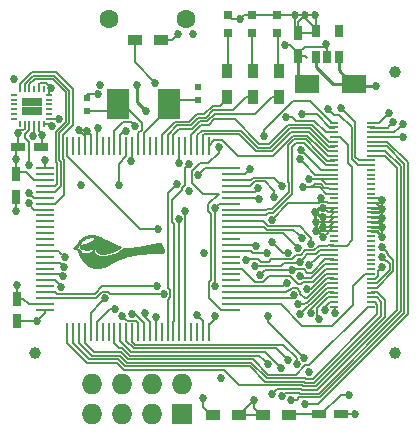
<source format=gtl>
G04 #@! TF.FileFunction,Copper,L1,Top,Signal*
%FSLAX46Y46*%
G04 Gerber Fmt 4.6, Leading zero omitted, Abs format (unit mm)*
G04 Created by KiCad (PCBNEW (2015-11-03 BZR 6296)-product) date Sunday, November 08, 2015 'AMt' 09:49:25 AM*
%MOMM*%
G01*
G04 APERTURE LIST*
%ADD10C,0.100000*%
%ADD11C,0.010000*%
%ADD12C,1.600000*%
%ADD13R,0.550000X0.200000*%
%ADD14R,0.200000X0.550000*%
%ADD15R,0.875000X0.800000*%
%ADD16R,1.200000X0.750000*%
%ADD17R,0.750000X1.200000*%
%ADD18R,0.797560X0.797560*%
%ADD19R,1.727200X1.727200*%
%ADD20O,1.727200X1.727200*%
%ADD21R,0.900000X1.200000*%
%ADD22R,1.200000X0.900000*%
%ADD23R,0.280000X1.500000*%
%ADD24R,1.500000X0.280000*%
%ADD25R,1.900000X2.600000*%
%ADD26R,0.700000X0.200000*%
%ADD27R,0.650000X1.060000*%
%ADD28C,1.000000*%
%ADD29R,0.500000X0.600000*%
%ADD30R,2.000000X1.600000*%
%ADD31C,0.685800*%
%ADD32C,0.685801*%
%ADD33C,0.152400*%
%ADD34C,0.254000*%
%ADD35C,0.175000*%
G04 APERTURE END LIST*
D10*
D11*
G36*
X137609423Y-109705069D02*
X137641094Y-109705572D01*
X137668725Y-109706621D01*
X137693824Y-109708340D01*
X137717893Y-109710851D01*
X137742439Y-109714276D01*
X137768967Y-109718740D01*
X137790931Y-109722815D01*
X137849786Y-109735578D01*
X137910883Y-109751645D01*
X137971336Y-109770182D01*
X138028260Y-109790354D01*
X138039639Y-109794777D01*
X138082817Y-109811970D01*
X138125192Y-109829108D01*
X138167150Y-109846370D01*
X138209080Y-109863937D01*
X138251369Y-109881989D01*
X138294404Y-109900707D01*
X138338573Y-109920271D01*
X138384265Y-109940862D01*
X138431866Y-109962659D01*
X138481764Y-109985844D01*
X138534347Y-110010597D01*
X138590003Y-110037099D01*
X138649118Y-110065528D01*
X138712082Y-110096067D01*
X138779280Y-110128896D01*
X138851102Y-110164194D01*
X138927935Y-110202143D01*
X139010166Y-110242923D01*
X139098183Y-110286714D01*
X139120903Y-110298037D01*
X139199183Y-110336981D01*
X139271702Y-110372880D01*
X139338949Y-110405961D01*
X139401415Y-110436448D01*
X139459589Y-110464567D01*
X139513962Y-110490545D01*
X139565024Y-110514606D01*
X139613265Y-110536978D01*
X139659175Y-110557885D01*
X139703244Y-110577553D01*
X139745962Y-110596208D01*
X139787819Y-110614076D01*
X139829306Y-110631382D01*
X139870912Y-110648353D01*
X139913128Y-110665213D01*
X139946403Y-110678281D01*
X139969926Y-110687518D01*
X139991319Y-110696037D01*
X140009688Y-110703473D01*
X140024143Y-110709460D01*
X140033791Y-110713635D01*
X140037732Y-110715624D01*
X140037199Y-110719719D01*
X140031987Y-110727737D01*
X140022739Y-110738968D01*
X140010100Y-110752704D01*
X139994712Y-110768236D01*
X139977219Y-110784855D01*
X139964178Y-110796657D01*
X139896199Y-110852758D01*
X139821764Y-110906253D01*
X139740994Y-110957086D01*
X139654011Y-111005200D01*
X139560938Y-111050538D01*
X139461897Y-111093043D01*
X139357009Y-111132658D01*
X139246398Y-111169327D01*
X139130185Y-111202992D01*
X139043292Y-111225296D01*
X138942697Y-111248538D01*
X138847709Y-111267867D01*
X138758081Y-111283303D01*
X138673561Y-111294868D01*
X138593901Y-111302580D01*
X138518851Y-111306462D01*
X138448163Y-111306535D01*
X138381587Y-111302818D01*
X138318874Y-111295332D01*
X138281082Y-111288660D01*
X138220450Y-111273748D01*
X138165094Y-111254367D01*
X138115086Y-111230590D01*
X138070499Y-111202491D01*
X138031404Y-111170142D01*
X137997873Y-111133617D01*
X137969979Y-111092988D01*
X137947795Y-111048329D01*
X137931392Y-110999713D01*
X137920842Y-110947214D01*
X137917903Y-110920940D01*
X137917085Y-110909833D01*
X137916149Y-110901698D01*
X137914111Y-110895994D01*
X137909991Y-110892178D01*
X137902806Y-110889710D01*
X137891575Y-110888046D01*
X137875315Y-110886646D01*
X137853045Y-110884967D01*
X137852667Y-110884937D01*
X137825115Y-110882710D01*
X137803944Y-110880816D01*
X137788491Y-110879166D01*
X137778094Y-110877673D01*
X137772090Y-110876249D01*
X137769817Y-110874807D01*
X137769918Y-110873974D01*
X137767973Y-110872665D01*
X137761139Y-110872440D01*
X137751468Y-110873114D01*
X137741010Y-110874497D01*
X137731817Y-110876403D01*
X137727431Y-110877859D01*
X137721923Y-110879376D01*
X137710616Y-110881836D01*
X137694669Y-110885008D01*
X137675241Y-110888665D01*
X137653489Y-110892578D01*
X137648056Y-110893529D01*
X137566570Y-110907036D01*
X137489154Y-110918409D01*
X137413266Y-110927987D01*
X137336367Y-110936109D01*
X137312917Y-110938294D01*
X137290487Y-110939888D01*
X137263281Y-110941121D01*
X137232652Y-110941993D01*
X137199951Y-110942504D01*
X137166529Y-110942652D01*
X137133738Y-110942438D01*
X137102930Y-110941861D01*
X137075455Y-110940920D01*
X137052666Y-110939615D01*
X137039514Y-110938402D01*
X136966686Y-110928747D01*
X136895829Y-110916860D01*
X136825068Y-110902349D01*
X136752527Y-110884822D01*
X136676331Y-110863890D01*
X136660857Y-110859368D01*
X136638243Y-110852575D01*
X136621577Y-110847222D01*
X136609982Y-110842959D01*
X136602578Y-110839438D01*
X136598490Y-110836309D01*
X136597057Y-110833968D01*
X136596091Y-110828855D01*
X136594509Y-110817561D01*
X136592410Y-110800925D01*
X136589895Y-110779783D01*
X136587063Y-110754975D01*
X136584013Y-110727338D01*
X136580918Y-110698392D01*
X136577321Y-110664399D01*
X136574435Y-110636757D01*
X136572312Y-110614791D01*
X136571001Y-110597830D01*
X136570553Y-110585198D01*
X136571018Y-110576223D01*
X136572447Y-110570230D01*
X136574890Y-110566547D01*
X136578397Y-110564499D01*
X136583018Y-110563413D01*
X136588805Y-110562615D01*
X136591091Y-110562283D01*
X136602337Y-110560254D01*
X136619389Y-110556797D01*
X136641193Y-110552151D01*
X136666700Y-110546555D01*
X136694858Y-110540249D01*
X136724615Y-110533471D01*
X136754921Y-110526461D01*
X136784725Y-110519457D01*
X136812975Y-110512700D01*
X136838620Y-110506427D01*
X136857833Y-110501593D01*
X136960462Y-110474234D01*
X137056453Y-110446397D01*
X137146213Y-110417945D01*
X137230153Y-110388742D01*
X137308680Y-110358650D01*
X137382203Y-110327534D01*
X137394056Y-110322213D01*
X137464730Y-110287760D01*
X137536700Y-110248022D01*
X137608246Y-110204092D01*
X137677648Y-110157066D01*
X137743190Y-110108037D01*
X137787403Y-110071786D01*
X137805065Y-110056423D01*
X137823398Y-110040012D01*
X137841684Y-110023244D01*
X137859206Y-110006810D01*
X137875249Y-109991401D01*
X137889095Y-109977709D01*
X137900027Y-109966424D01*
X137907329Y-109958238D01*
X137910283Y-109953841D01*
X137910219Y-109953368D01*
X137904114Y-109950119D01*
X137892137Y-109945797D01*
X137875347Y-109940663D01*
X137854801Y-109934980D01*
X137831556Y-109929011D01*
X137806670Y-109923019D01*
X137781199Y-109917265D01*
X137756201Y-109912013D01*
X137732732Y-109907526D01*
X137711852Y-109904065D01*
X137711556Y-109904021D01*
X137656513Y-109897477D01*
X137602179Y-109894423D01*
X137547039Y-109894893D01*
X137489581Y-109898923D01*
X137428289Y-109906548D01*
X137398461Y-109911261D01*
X137305204Y-109929850D01*
X137215771Y-109953707D01*
X137130377Y-109982725D01*
X137049234Y-110016797D01*
X136972557Y-110055818D01*
X136900558Y-110099681D01*
X136833451Y-110148280D01*
X136771449Y-110201509D01*
X136727949Y-110244915D01*
X136685574Y-110293556D01*
X136647536Y-110344333D01*
X136614493Y-110396230D01*
X136587105Y-110448230D01*
X136569656Y-110489355D01*
X136564680Y-110501769D01*
X136560056Y-110511937D01*
X136556789Y-110517652D01*
X136553532Y-110520958D01*
X136545631Y-110528670D01*
X136533561Y-110540334D01*
X136517793Y-110555496D01*
X136498801Y-110573704D01*
X136477057Y-110594504D01*
X136453034Y-110617442D01*
X136427205Y-110642065D01*
X136408042Y-110660309D01*
X136381341Y-110685737D01*
X136356208Y-110709712D01*
X136333104Y-110731794D01*
X136312486Y-110751540D01*
X136294813Y-110768513D01*
X136280545Y-110782270D01*
X136270139Y-110792371D01*
X136264055Y-110798376D01*
X136262607Y-110799922D01*
X136265572Y-110801699D01*
X136274384Y-110806052D01*
X136288436Y-110812701D01*
X136307123Y-110821368D01*
X136329836Y-110831773D01*
X136355972Y-110843637D01*
X136384923Y-110856683D01*
X136416083Y-110870630D01*
X136423468Y-110873923D01*
X136585126Y-110945942D01*
X136601981Y-111006214D01*
X136610094Y-111034199D01*
X136619941Y-111066534D01*
X136630916Y-111101347D01*
X136642411Y-111136762D01*
X136653817Y-111170907D01*
X136664527Y-111201907D01*
X136673511Y-111226757D01*
X136678959Y-111240443D01*
X136683479Y-111248917D01*
X136688136Y-111253733D01*
X136693830Y-111256392D01*
X136701132Y-111257558D01*
X136714453Y-111258496D01*
X136732760Y-111259209D01*
X136755020Y-111259697D01*
X136780201Y-111259965D01*
X136807269Y-111260013D01*
X136835192Y-111259845D01*
X136862937Y-111259461D01*
X136889472Y-111258866D01*
X136913763Y-111258060D01*
X136934777Y-111257046D01*
X136951319Y-111255841D01*
X137114261Y-111238212D01*
X137214139Y-111224838D01*
X137256859Y-111218400D01*
X137293678Y-111212100D01*
X137325734Y-111205624D01*
X137354167Y-111198661D01*
X137380116Y-111190899D01*
X137404721Y-111182025D01*
X137429122Y-111171727D01*
X137454457Y-111159694D01*
X137457556Y-111158147D01*
X137513115Y-111126813D01*
X137567664Y-111089211D01*
X137620233Y-111046128D01*
X137669852Y-110998353D01*
X137710314Y-110953042D01*
X137728347Y-110931319D01*
X137730748Y-110956569D01*
X137737775Y-111003991D01*
X137749681Y-111053168D01*
X137765802Y-111102224D01*
X137785477Y-111149282D01*
X137808042Y-111192463D01*
X137821719Y-111214289D01*
X137859340Y-111264006D01*
X137902141Y-111309003D01*
X137950037Y-111349251D01*
X138002937Y-111384723D01*
X138060757Y-111415389D01*
X138123406Y-111441223D01*
X138190799Y-111462197D01*
X138262848Y-111478282D01*
X138339465Y-111489451D01*
X138420562Y-111495676D01*
X138506053Y-111496929D01*
X138595848Y-111493182D01*
X138674639Y-111486139D01*
X138747782Y-111476822D01*
X138825875Y-111464509D01*
X138907621Y-111449481D01*
X138991724Y-111432024D01*
X139076887Y-111412418D01*
X139161813Y-111390949D01*
X139245205Y-111367899D01*
X139321986Y-111344745D01*
X139419460Y-111312112D01*
X139513786Y-111276670D01*
X139604613Y-111238629D01*
X139691592Y-111198203D01*
X139774372Y-111155600D01*
X139852604Y-111111034D01*
X139925937Y-111064714D01*
X139994021Y-111016853D01*
X140056506Y-110967661D01*
X140113041Y-110917350D01*
X140163278Y-110866131D01*
X140206865Y-110814215D01*
X140211516Y-110808103D01*
X140221132Y-110795676D01*
X140227892Y-110788104D01*
X140232929Y-110784422D01*
X140237377Y-110783664D01*
X140239726Y-110784079D01*
X140259163Y-110788388D01*
X140284240Y-110793070D01*
X140313568Y-110797922D01*
X140345757Y-110802737D01*
X140379415Y-110807313D01*
X140413152Y-110811443D01*
X140445578Y-110814923D01*
X140456167Y-110815932D01*
X140487905Y-110818462D01*
X140519888Y-110820184D01*
X140552791Y-110821067D01*
X140587290Y-110821080D01*
X140624060Y-110820194D01*
X140663775Y-110818377D01*
X140707113Y-110815599D01*
X140754746Y-110811829D01*
X140807352Y-110807037D01*
X140865605Y-110801192D01*
X140927125Y-110794600D01*
X141016165Y-110784237D01*
X141111639Y-110772018D01*
X141213193Y-110758007D01*
X141320469Y-110742269D01*
X141433115Y-110724868D01*
X141550774Y-110705867D01*
X141673091Y-110685332D01*
X141799712Y-110663326D01*
X141930280Y-110639914D01*
X142064441Y-110615160D01*
X142201840Y-110589128D01*
X142342121Y-110561882D01*
X142484930Y-110533486D01*
X142629911Y-110504006D01*
X142776709Y-110473505D01*
X142924969Y-110442046D01*
X143074335Y-110409696D01*
X143161972Y-110390408D01*
X143206466Y-110380554D01*
X143244684Y-110372267D01*
X143277258Y-110365680D01*
X143304823Y-110360928D01*
X143328011Y-110358146D01*
X143347455Y-110357468D01*
X143363788Y-110359028D01*
X143377642Y-110362962D01*
X143389652Y-110369404D01*
X143400449Y-110378488D01*
X143410667Y-110390348D01*
X143420938Y-110405120D01*
X143431896Y-110422938D01*
X143444174Y-110443936D01*
X143448453Y-110451295D01*
X143485722Y-110517072D01*
X143520654Y-110582322D01*
X143552855Y-110646214D01*
X143581929Y-110707915D01*
X143607481Y-110766594D01*
X143629117Y-110821419D01*
X143642982Y-110860859D01*
X143658442Y-110913272D01*
X143669158Y-110962184D01*
X143675158Y-111007367D01*
X143676469Y-111048594D01*
X143673119Y-111085635D01*
X143665134Y-111118262D01*
X143652543Y-111146247D01*
X143635372Y-111169362D01*
X143613649Y-111187378D01*
X143603124Y-111193395D01*
X143592991Y-111198154D01*
X143581941Y-111202524D01*
X143569615Y-111206533D01*
X143555657Y-111210209D01*
X143539709Y-111213581D01*
X143521413Y-111216677D01*
X143500414Y-111219524D01*
X143476352Y-111222152D01*
X143448872Y-111224587D01*
X143417615Y-111226859D01*
X143382225Y-111228995D01*
X143342343Y-111231023D01*
X143297613Y-111232973D01*
X143247677Y-111234871D01*
X143192178Y-111236746D01*
X143130759Y-111238626D01*
X143063062Y-111240540D01*
X142988731Y-111242515D01*
X142975000Y-111242869D01*
X142852923Y-111246207D01*
X142737344Y-111249786D01*
X142627707Y-111253639D01*
X142523456Y-111257794D01*
X142424037Y-111262284D01*
X142328895Y-111267138D01*
X142237474Y-111272388D01*
X142149219Y-111278064D01*
X142063574Y-111284196D01*
X141979985Y-111290816D01*
X141897897Y-111297954D01*
X141816754Y-111305640D01*
X141789667Y-111308345D01*
X141660967Y-111322177D01*
X141536502Y-111337273D01*
X141415523Y-111353805D01*
X141297281Y-111371941D01*
X141181028Y-111391851D01*
X141066016Y-111413705D01*
X140951496Y-111437671D01*
X140836721Y-111463920D01*
X140720941Y-111492620D01*
X140603408Y-111523942D01*
X140483373Y-111558054D01*
X140360090Y-111595127D01*
X140232808Y-111635329D01*
X140100780Y-111678830D01*
X139995792Y-111714551D01*
X139945932Y-111732059D01*
X139898400Y-111749485D01*
X139852527Y-111767150D01*
X139807643Y-111785374D01*
X139763080Y-111804476D01*
X139718167Y-111824779D01*
X139672235Y-111846601D01*
X139624615Y-111870263D01*
X139574637Y-111896085D01*
X139521633Y-111924388D01*
X139464932Y-111955492D01*
X139403865Y-111989717D01*
X139337763Y-112027384D01*
X139316694Y-112039493D01*
X139258073Y-112073223D01*
X139205102Y-112103651D01*
X139157334Y-112131025D01*
X139114321Y-112155591D01*
X139075616Y-112177596D01*
X139040771Y-112197287D01*
X139009338Y-112214910D01*
X138980870Y-112230714D01*
X138954919Y-112244944D01*
X138931037Y-112257848D01*
X138908777Y-112269672D01*
X138887692Y-112280664D01*
X138867332Y-112291070D01*
X138847252Y-112301138D01*
X138827003Y-112311113D01*
X138806138Y-112321244D01*
X138804306Y-112322128D01*
X138736867Y-112353565D01*
X138673250Y-112380819D01*
X138612082Y-112404282D01*
X138551992Y-112424345D01*
X138491609Y-112441402D01*
X138429560Y-112455844D01*
X138364474Y-112468064D01*
X138294978Y-112478454D01*
X138230139Y-112486279D01*
X138189152Y-112490039D01*
X138143206Y-112492999D01*
X138094358Y-112495105D01*
X138044663Y-112496301D01*
X137996179Y-112496532D01*
X137950962Y-112495744D01*
X137921458Y-112494508D01*
X137841912Y-112487865D01*
X137761456Y-112476743D01*
X137681278Y-112461443D01*
X137602567Y-112442263D01*
X137526511Y-112419501D01*
X137454298Y-112393456D01*
X137387116Y-112364427D01*
X137369008Y-112355625D01*
X137288028Y-112311372D01*
X137208806Y-112260408D01*
X137131482Y-112202893D01*
X137056195Y-112138983D01*
X136983086Y-112068836D01*
X136912295Y-111992610D01*
X136843960Y-111910463D01*
X136778223Y-111822552D01*
X136715222Y-111729036D01*
X136655097Y-111630070D01*
X136597989Y-111525814D01*
X136552897Y-111435201D01*
X136534559Y-111395287D01*
X136516937Y-111353922D01*
X136499526Y-111309814D01*
X136481819Y-111261672D01*
X136463310Y-111208204D01*
X136458965Y-111195250D01*
X136451296Y-111171804D01*
X136443193Y-111146214D01*
X136435008Y-111119673D01*
X136427093Y-111093373D01*
X136419801Y-111068508D01*
X136413485Y-111046269D01*
X136408496Y-111027848D01*
X136405187Y-111014440D01*
X136404378Y-111010558D01*
X136402209Y-110998996D01*
X136197595Y-110916428D01*
X136161615Y-110901883D01*
X136127607Y-110888085D01*
X136096132Y-110875266D01*
X136067748Y-110863654D01*
X136043014Y-110853480D01*
X136022490Y-110844974D01*
X136006734Y-110838367D01*
X135996307Y-110833889D01*
X135991768Y-110831769D01*
X135991619Y-110831656D01*
X135993960Y-110829006D01*
X136001162Y-110822050D01*
X136012812Y-110811163D01*
X136028495Y-110796724D01*
X136047797Y-110779108D01*
X136070304Y-110758694D01*
X136095601Y-110735859D01*
X136123274Y-110710979D01*
X136152909Y-110684432D01*
X136178286Y-110661769D01*
X136214302Y-110629640D01*
X136245416Y-110601846D01*
X136271998Y-110578033D01*
X136294415Y-110557848D01*
X136313038Y-110540935D01*
X136328235Y-110526942D01*
X136340376Y-110515513D01*
X136349830Y-110506294D01*
X136356965Y-110498931D01*
X136362152Y-110493071D01*
X136365759Y-110488358D01*
X136368156Y-110484439D01*
X136369712Y-110480959D01*
X136370795Y-110477565D01*
X136370979Y-110476897D01*
X136377388Y-110456348D01*
X136386490Y-110431398D01*
X136397560Y-110403816D01*
X136409874Y-110375375D01*
X136422705Y-110347843D01*
X136429300Y-110334554D01*
X136461749Y-110276345D01*
X136498977Y-110220220D01*
X136541666Y-110165249D01*
X136590499Y-110110502D01*
X136603642Y-110096849D01*
X136659151Y-110043310D01*
X136716431Y-109994827D01*
X136776685Y-109950531D01*
X136841117Y-109909557D01*
X136910931Y-109871037D01*
X136931917Y-109860420D01*
X136999971Y-109828548D01*
X137067985Y-109800713D01*
X137137187Y-109776541D01*
X137208807Y-109755659D01*
X137284072Y-109737692D01*
X137364212Y-109722268D01*
X137410680Y-109714752D01*
X137430516Y-109711832D01*
X137447844Y-109709566D01*
X137464061Y-109707870D01*
X137480562Y-109706659D01*
X137498742Y-109705848D01*
X137519998Y-109705355D01*
X137545724Y-109705094D01*
X137572208Y-109704991D01*
X137609423Y-109705069D01*
X137609423Y-109705069D01*
G37*
X137609423Y-109705069D02*
X137641094Y-109705572D01*
X137668725Y-109706621D01*
X137693824Y-109708340D01*
X137717893Y-109710851D01*
X137742439Y-109714276D01*
X137768967Y-109718740D01*
X137790931Y-109722815D01*
X137849786Y-109735578D01*
X137910883Y-109751645D01*
X137971336Y-109770182D01*
X138028260Y-109790354D01*
X138039639Y-109794777D01*
X138082817Y-109811970D01*
X138125192Y-109829108D01*
X138167150Y-109846370D01*
X138209080Y-109863937D01*
X138251369Y-109881989D01*
X138294404Y-109900707D01*
X138338573Y-109920271D01*
X138384265Y-109940862D01*
X138431866Y-109962659D01*
X138481764Y-109985844D01*
X138534347Y-110010597D01*
X138590003Y-110037099D01*
X138649118Y-110065528D01*
X138712082Y-110096067D01*
X138779280Y-110128896D01*
X138851102Y-110164194D01*
X138927935Y-110202143D01*
X139010166Y-110242923D01*
X139098183Y-110286714D01*
X139120903Y-110298037D01*
X139199183Y-110336981D01*
X139271702Y-110372880D01*
X139338949Y-110405961D01*
X139401415Y-110436448D01*
X139459589Y-110464567D01*
X139513962Y-110490545D01*
X139565024Y-110514606D01*
X139613265Y-110536978D01*
X139659175Y-110557885D01*
X139703244Y-110577553D01*
X139745962Y-110596208D01*
X139787819Y-110614076D01*
X139829306Y-110631382D01*
X139870912Y-110648353D01*
X139913128Y-110665213D01*
X139946403Y-110678281D01*
X139969926Y-110687518D01*
X139991319Y-110696037D01*
X140009688Y-110703473D01*
X140024143Y-110709460D01*
X140033791Y-110713635D01*
X140037732Y-110715624D01*
X140037199Y-110719719D01*
X140031987Y-110727737D01*
X140022739Y-110738968D01*
X140010100Y-110752704D01*
X139994712Y-110768236D01*
X139977219Y-110784855D01*
X139964178Y-110796657D01*
X139896199Y-110852758D01*
X139821764Y-110906253D01*
X139740994Y-110957086D01*
X139654011Y-111005200D01*
X139560938Y-111050538D01*
X139461897Y-111093043D01*
X139357009Y-111132658D01*
X139246398Y-111169327D01*
X139130185Y-111202992D01*
X139043292Y-111225296D01*
X138942697Y-111248538D01*
X138847709Y-111267867D01*
X138758081Y-111283303D01*
X138673561Y-111294868D01*
X138593901Y-111302580D01*
X138518851Y-111306462D01*
X138448163Y-111306535D01*
X138381587Y-111302818D01*
X138318874Y-111295332D01*
X138281082Y-111288660D01*
X138220450Y-111273748D01*
X138165094Y-111254367D01*
X138115086Y-111230590D01*
X138070499Y-111202491D01*
X138031404Y-111170142D01*
X137997873Y-111133617D01*
X137969979Y-111092988D01*
X137947795Y-111048329D01*
X137931392Y-110999713D01*
X137920842Y-110947214D01*
X137917903Y-110920940D01*
X137917085Y-110909833D01*
X137916149Y-110901698D01*
X137914111Y-110895994D01*
X137909991Y-110892178D01*
X137902806Y-110889710D01*
X137891575Y-110888046D01*
X137875315Y-110886646D01*
X137853045Y-110884967D01*
X137852667Y-110884937D01*
X137825115Y-110882710D01*
X137803944Y-110880816D01*
X137788491Y-110879166D01*
X137778094Y-110877673D01*
X137772090Y-110876249D01*
X137769817Y-110874807D01*
X137769918Y-110873974D01*
X137767973Y-110872665D01*
X137761139Y-110872440D01*
X137751468Y-110873114D01*
X137741010Y-110874497D01*
X137731817Y-110876403D01*
X137727431Y-110877859D01*
X137721923Y-110879376D01*
X137710616Y-110881836D01*
X137694669Y-110885008D01*
X137675241Y-110888665D01*
X137653489Y-110892578D01*
X137648056Y-110893529D01*
X137566570Y-110907036D01*
X137489154Y-110918409D01*
X137413266Y-110927987D01*
X137336367Y-110936109D01*
X137312917Y-110938294D01*
X137290487Y-110939888D01*
X137263281Y-110941121D01*
X137232652Y-110941993D01*
X137199951Y-110942504D01*
X137166529Y-110942652D01*
X137133738Y-110942438D01*
X137102930Y-110941861D01*
X137075455Y-110940920D01*
X137052666Y-110939615D01*
X137039514Y-110938402D01*
X136966686Y-110928747D01*
X136895829Y-110916860D01*
X136825068Y-110902349D01*
X136752527Y-110884822D01*
X136676331Y-110863890D01*
X136660857Y-110859368D01*
X136638243Y-110852575D01*
X136621577Y-110847222D01*
X136609982Y-110842959D01*
X136602578Y-110839438D01*
X136598490Y-110836309D01*
X136597057Y-110833968D01*
X136596091Y-110828855D01*
X136594509Y-110817561D01*
X136592410Y-110800925D01*
X136589895Y-110779783D01*
X136587063Y-110754975D01*
X136584013Y-110727338D01*
X136580918Y-110698392D01*
X136577321Y-110664399D01*
X136574435Y-110636757D01*
X136572312Y-110614791D01*
X136571001Y-110597830D01*
X136570553Y-110585198D01*
X136571018Y-110576223D01*
X136572447Y-110570230D01*
X136574890Y-110566547D01*
X136578397Y-110564499D01*
X136583018Y-110563413D01*
X136588805Y-110562615D01*
X136591091Y-110562283D01*
X136602337Y-110560254D01*
X136619389Y-110556797D01*
X136641193Y-110552151D01*
X136666700Y-110546555D01*
X136694858Y-110540249D01*
X136724615Y-110533471D01*
X136754921Y-110526461D01*
X136784725Y-110519457D01*
X136812975Y-110512700D01*
X136838620Y-110506427D01*
X136857833Y-110501593D01*
X136960462Y-110474234D01*
X137056453Y-110446397D01*
X137146213Y-110417945D01*
X137230153Y-110388742D01*
X137308680Y-110358650D01*
X137382203Y-110327534D01*
X137394056Y-110322213D01*
X137464730Y-110287760D01*
X137536700Y-110248022D01*
X137608246Y-110204092D01*
X137677648Y-110157066D01*
X137743190Y-110108037D01*
X137787403Y-110071786D01*
X137805065Y-110056423D01*
X137823398Y-110040012D01*
X137841684Y-110023244D01*
X137859206Y-110006810D01*
X137875249Y-109991401D01*
X137889095Y-109977709D01*
X137900027Y-109966424D01*
X137907329Y-109958238D01*
X137910283Y-109953841D01*
X137910219Y-109953368D01*
X137904114Y-109950119D01*
X137892137Y-109945797D01*
X137875347Y-109940663D01*
X137854801Y-109934980D01*
X137831556Y-109929011D01*
X137806670Y-109923019D01*
X137781199Y-109917265D01*
X137756201Y-109912013D01*
X137732732Y-109907526D01*
X137711852Y-109904065D01*
X137711556Y-109904021D01*
X137656513Y-109897477D01*
X137602179Y-109894423D01*
X137547039Y-109894893D01*
X137489581Y-109898923D01*
X137428289Y-109906548D01*
X137398461Y-109911261D01*
X137305204Y-109929850D01*
X137215771Y-109953707D01*
X137130377Y-109982725D01*
X137049234Y-110016797D01*
X136972557Y-110055818D01*
X136900558Y-110099681D01*
X136833451Y-110148280D01*
X136771449Y-110201509D01*
X136727949Y-110244915D01*
X136685574Y-110293556D01*
X136647536Y-110344333D01*
X136614493Y-110396230D01*
X136587105Y-110448230D01*
X136569656Y-110489355D01*
X136564680Y-110501769D01*
X136560056Y-110511937D01*
X136556789Y-110517652D01*
X136553532Y-110520958D01*
X136545631Y-110528670D01*
X136533561Y-110540334D01*
X136517793Y-110555496D01*
X136498801Y-110573704D01*
X136477057Y-110594504D01*
X136453034Y-110617442D01*
X136427205Y-110642065D01*
X136408042Y-110660309D01*
X136381341Y-110685737D01*
X136356208Y-110709712D01*
X136333104Y-110731794D01*
X136312486Y-110751540D01*
X136294813Y-110768513D01*
X136280545Y-110782270D01*
X136270139Y-110792371D01*
X136264055Y-110798376D01*
X136262607Y-110799922D01*
X136265572Y-110801699D01*
X136274384Y-110806052D01*
X136288436Y-110812701D01*
X136307123Y-110821368D01*
X136329836Y-110831773D01*
X136355972Y-110843637D01*
X136384923Y-110856683D01*
X136416083Y-110870630D01*
X136423468Y-110873923D01*
X136585126Y-110945942D01*
X136601981Y-111006214D01*
X136610094Y-111034199D01*
X136619941Y-111066534D01*
X136630916Y-111101347D01*
X136642411Y-111136762D01*
X136653817Y-111170907D01*
X136664527Y-111201907D01*
X136673511Y-111226757D01*
X136678959Y-111240443D01*
X136683479Y-111248917D01*
X136688136Y-111253733D01*
X136693830Y-111256392D01*
X136701132Y-111257558D01*
X136714453Y-111258496D01*
X136732760Y-111259209D01*
X136755020Y-111259697D01*
X136780201Y-111259965D01*
X136807269Y-111260013D01*
X136835192Y-111259845D01*
X136862937Y-111259461D01*
X136889472Y-111258866D01*
X136913763Y-111258060D01*
X136934777Y-111257046D01*
X136951319Y-111255841D01*
X137114261Y-111238212D01*
X137214139Y-111224838D01*
X137256859Y-111218400D01*
X137293678Y-111212100D01*
X137325734Y-111205624D01*
X137354167Y-111198661D01*
X137380116Y-111190899D01*
X137404721Y-111182025D01*
X137429122Y-111171727D01*
X137454457Y-111159694D01*
X137457556Y-111158147D01*
X137513115Y-111126813D01*
X137567664Y-111089211D01*
X137620233Y-111046128D01*
X137669852Y-110998353D01*
X137710314Y-110953042D01*
X137728347Y-110931319D01*
X137730748Y-110956569D01*
X137737775Y-111003991D01*
X137749681Y-111053168D01*
X137765802Y-111102224D01*
X137785477Y-111149282D01*
X137808042Y-111192463D01*
X137821719Y-111214289D01*
X137859340Y-111264006D01*
X137902141Y-111309003D01*
X137950037Y-111349251D01*
X138002937Y-111384723D01*
X138060757Y-111415389D01*
X138123406Y-111441223D01*
X138190799Y-111462197D01*
X138262848Y-111478282D01*
X138339465Y-111489451D01*
X138420562Y-111495676D01*
X138506053Y-111496929D01*
X138595848Y-111493182D01*
X138674639Y-111486139D01*
X138747782Y-111476822D01*
X138825875Y-111464509D01*
X138907621Y-111449481D01*
X138991724Y-111432024D01*
X139076887Y-111412418D01*
X139161813Y-111390949D01*
X139245205Y-111367899D01*
X139321986Y-111344745D01*
X139419460Y-111312112D01*
X139513786Y-111276670D01*
X139604613Y-111238629D01*
X139691592Y-111198203D01*
X139774372Y-111155600D01*
X139852604Y-111111034D01*
X139925937Y-111064714D01*
X139994021Y-111016853D01*
X140056506Y-110967661D01*
X140113041Y-110917350D01*
X140163278Y-110866131D01*
X140206865Y-110814215D01*
X140211516Y-110808103D01*
X140221132Y-110795676D01*
X140227892Y-110788104D01*
X140232929Y-110784422D01*
X140237377Y-110783664D01*
X140239726Y-110784079D01*
X140259163Y-110788388D01*
X140284240Y-110793070D01*
X140313568Y-110797922D01*
X140345757Y-110802737D01*
X140379415Y-110807313D01*
X140413152Y-110811443D01*
X140445578Y-110814923D01*
X140456167Y-110815932D01*
X140487905Y-110818462D01*
X140519888Y-110820184D01*
X140552791Y-110821067D01*
X140587290Y-110821080D01*
X140624060Y-110820194D01*
X140663775Y-110818377D01*
X140707113Y-110815599D01*
X140754746Y-110811829D01*
X140807352Y-110807037D01*
X140865605Y-110801192D01*
X140927125Y-110794600D01*
X141016165Y-110784237D01*
X141111639Y-110772018D01*
X141213193Y-110758007D01*
X141320469Y-110742269D01*
X141433115Y-110724868D01*
X141550774Y-110705867D01*
X141673091Y-110685332D01*
X141799712Y-110663326D01*
X141930280Y-110639914D01*
X142064441Y-110615160D01*
X142201840Y-110589128D01*
X142342121Y-110561882D01*
X142484930Y-110533486D01*
X142629911Y-110504006D01*
X142776709Y-110473505D01*
X142924969Y-110442046D01*
X143074335Y-110409696D01*
X143161972Y-110390408D01*
X143206466Y-110380554D01*
X143244684Y-110372267D01*
X143277258Y-110365680D01*
X143304823Y-110360928D01*
X143328011Y-110358146D01*
X143347455Y-110357468D01*
X143363788Y-110359028D01*
X143377642Y-110362962D01*
X143389652Y-110369404D01*
X143400449Y-110378488D01*
X143410667Y-110390348D01*
X143420938Y-110405120D01*
X143431896Y-110422938D01*
X143444174Y-110443936D01*
X143448453Y-110451295D01*
X143485722Y-110517072D01*
X143520654Y-110582322D01*
X143552855Y-110646214D01*
X143581929Y-110707915D01*
X143607481Y-110766594D01*
X143629117Y-110821419D01*
X143642982Y-110860859D01*
X143658442Y-110913272D01*
X143669158Y-110962184D01*
X143675158Y-111007367D01*
X143676469Y-111048594D01*
X143673119Y-111085635D01*
X143665134Y-111118262D01*
X143652543Y-111146247D01*
X143635372Y-111169362D01*
X143613649Y-111187378D01*
X143603124Y-111193395D01*
X143592991Y-111198154D01*
X143581941Y-111202524D01*
X143569615Y-111206533D01*
X143555657Y-111210209D01*
X143539709Y-111213581D01*
X143521413Y-111216677D01*
X143500414Y-111219524D01*
X143476352Y-111222152D01*
X143448872Y-111224587D01*
X143417615Y-111226859D01*
X143382225Y-111228995D01*
X143342343Y-111231023D01*
X143297613Y-111232973D01*
X143247677Y-111234871D01*
X143192178Y-111236746D01*
X143130759Y-111238626D01*
X143063062Y-111240540D01*
X142988731Y-111242515D01*
X142975000Y-111242869D01*
X142852923Y-111246207D01*
X142737344Y-111249786D01*
X142627707Y-111253639D01*
X142523456Y-111257794D01*
X142424037Y-111262284D01*
X142328895Y-111267138D01*
X142237474Y-111272388D01*
X142149219Y-111278064D01*
X142063574Y-111284196D01*
X141979985Y-111290816D01*
X141897897Y-111297954D01*
X141816754Y-111305640D01*
X141789667Y-111308345D01*
X141660967Y-111322177D01*
X141536502Y-111337273D01*
X141415523Y-111353805D01*
X141297281Y-111371941D01*
X141181028Y-111391851D01*
X141066016Y-111413705D01*
X140951496Y-111437671D01*
X140836721Y-111463920D01*
X140720941Y-111492620D01*
X140603408Y-111523942D01*
X140483373Y-111558054D01*
X140360090Y-111595127D01*
X140232808Y-111635329D01*
X140100780Y-111678830D01*
X139995792Y-111714551D01*
X139945932Y-111732059D01*
X139898400Y-111749485D01*
X139852527Y-111767150D01*
X139807643Y-111785374D01*
X139763080Y-111804476D01*
X139718167Y-111824779D01*
X139672235Y-111846601D01*
X139624615Y-111870263D01*
X139574637Y-111896085D01*
X139521633Y-111924388D01*
X139464932Y-111955492D01*
X139403865Y-111989717D01*
X139337763Y-112027384D01*
X139316694Y-112039493D01*
X139258073Y-112073223D01*
X139205102Y-112103651D01*
X139157334Y-112131025D01*
X139114321Y-112155591D01*
X139075616Y-112177596D01*
X139040771Y-112197287D01*
X139009338Y-112214910D01*
X138980870Y-112230714D01*
X138954919Y-112244944D01*
X138931037Y-112257848D01*
X138908777Y-112269672D01*
X138887692Y-112280664D01*
X138867332Y-112291070D01*
X138847252Y-112301138D01*
X138827003Y-112311113D01*
X138806138Y-112321244D01*
X138804306Y-112322128D01*
X138736867Y-112353565D01*
X138673250Y-112380819D01*
X138612082Y-112404282D01*
X138551992Y-112424345D01*
X138491609Y-112441402D01*
X138429560Y-112455844D01*
X138364474Y-112468064D01*
X138294978Y-112478454D01*
X138230139Y-112486279D01*
X138189152Y-112490039D01*
X138143206Y-112492999D01*
X138094358Y-112495105D01*
X138044663Y-112496301D01*
X137996179Y-112496532D01*
X137950962Y-112495744D01*
X137921458Y-112494508D01*
X137841912Y-112487865D01*
X137761456Y-112476743D01*
X137681278Y-112461443D01*
X137602567Y-112442263D01*
X137526511Y-112419501D01*
X137454298Y-112393456D01*
X137387116Y-112364427D01*
X137369008Y-112355625D01*
X137288028Y-112311372D01*
X137208806Y-112260408D01*
X137131482Y-112202893D01*
X137056195Y-112138983D01*
X136983086Y-112068836D01*
X136912295Y-111992610D01*
X136843960Y-111910463D01*
X136778223Y-111822552D01*
X136715222Y-111729036D01*
X136655097Y-111630070D01*
X136597989Y-111525814D01*
X136552897Y-111435201D01*
X136534559Y-111395287D01*
X136516937Y-111353922D01*
X136499526Y-111309814D01*
X136481819Y-111261672D01*
X136463310Y-111208204D01*
X136458965Y-111195250D01*
X136451296Y-111171804D01*
X136443193Y-111146214D01*
X136435008Y-111119673D01*
X136427093Y-111093373D01*
X136419801Y-111068508D01*
X136413485Y-111046269D01*
X136408496Y-111027848D01*
X136405187Y-111014440D01*
X136404378Y-111010558D01*
X136402209Y-110998996D01*
X136197595Y-110916428D01*
X136161615Y-110901883D01*
X136127607Y-110888085D01*
X136096132Y-110875266D01*
X136067748Y-110863654D01*
X136043014Y-110853480D01*
X136022490Y-110844974D01*
X136006734Y-110838367D01*
X135996307Y-110833889D01*
X135991768Y-110831769D01*
X135991619Y-110831656D01*
X135993960Y-110829006D01*
X136001162Y-110822050D01*
X136012812Y-110811163D01*
X136028495Y-110796724D01*
X136047797Y-110779108D01*
X136070304Y-110758694D01*
X136095601Y-110735859D01*
X136123274Y-110710979D01*
X136152909Y-110684432D01*
X136178286Y-110661769D01*
X136214302Y-110629640D01*
X136245416Y-110601846D01*
X136271998Y-110578033D01*
X136294415Y-110557848D01*
X136313038Y-110540935D01*
X136328235Y-110526942D01*
X136340376Y-110515513D01*
X136349830Y-110506294D01*
X136356965Y-110498931D01*
X136362152Y-110493071D01*
X136365759Y-110488358D01*
X136368156Y-110484439D01*
X136369712Y-110480959D01*
X136370795Y-110477565D01*
X136370979Y-110476897D01*
X136377388Y-110456348D01*
X136386490Y-110431398D01*
X136397560Y-110403816D01*
X136409874Y-110375375D01*
X136422705Y-110347843D01*
X136429300Y-110334554D01*
X136461749Y-110276345D01*
X136498977Y-110220220D01*
X136541666Y-110165249D01*
X136590499Y-110110502D01*
X136603642Y-110096849D01*
X136659151Y-110043310D01*
X136716431Y-109994827D01*
X136776685Y-109950531D01*
X136841117Y-109909557D01*
X136910931Y-109871037D01*
X136931917Y-109860420D01*
X136999971Y-109828548D01*
X137067985Y-109800713D01*
X137137187Y-109776541D01*
X137208807Y-109755659D01*
X137284072Y-109737692D01*
X137364212Y-109722268D01*
X137410680Y-109714752D01*
X137430516Y-109711832D01*
X137447844Y-109709566D01*
X137464061Y-109707870D01*
X137480562Y-109706659D01*
X137498742Y-109705848D01*
X137519998Y-109705355D01*
X137545724Y-109705094D01*
X137572208Y-109704991D01*
X137609423Y-109705069D01*
D12*
X139000000Y-91450000D03*
X145600000Y-91450000D03*
D13*
X131000000Y-97850000D03*
X131000000Y-98250000D03*
X131000000Y-98650000D03*
X131000000Y-99050000D03*
X131000000Y-99450000D03*
X131000000Y-99850000D03*
D14*
X131500000Y-100350000D03*
X131900000Y-100350000D03*
X132300000Y-100350000D03*
X132700000Y-100350000D03*
X133100000Y-100350000D03*
X133500000Y-100350000D03*
D13*
X134000000Y-99850000D03*
X134000000Y-99450000D03*
X134000000Y-99050000D03*
X134000000Y-98650000D03*
X134000000Y-98250000D03*
X134000000Y-97850000D03*
D14*
X133500000Y-97350000D03*
X133100000Y-97350000D03*
X132700000Y-97350000D03*
X132300000Y-97350000D03*
X131900000Y-97350000D03*
X131500000Y-97350000D03*
D15*
X132935000Y-99250000D03*
X132935000Y-98450000D03*
X132065000Y-99250000D03*
X132065000Y-98450000D03*
D16*
X131350000Y-102300000D03*
X133250000Y-102300000D03*
D17*
X131200000Y-104550000D03*
X131200000Y-106450000D03*
X131250000Y-117000000D03*
X131250000Y-115100000D03*
X155070000Y-92640000D03*
X155070000Y-94540000D03*
D18*
X153300000Y-91100000D03*
X153300000Y-92598600D03*
X151150000Y-91100000D03*
X151150000Y-92598600D03*
X149100000Y-91100000D03*
X149100000Y-92598600D03*
D19*
X145200000Y-124900000D03*
D20*
X145200000Y-122360000D03*
X142660000Y-124900000D03*
X142660000Y-122360000D03*
X140120000Y-124900000D03*
X140120000Y-122360000D03*
X137580000Y-124900000D03*
X137580000Y-122360000D03*
D21*
X153450000Y-98000000D03*
X153450000Y-95800000D03*
X151250000Y-98000000D03*
X151250000Y-95800000D03*
X149050000Y-98000000D03*
X149050000Y-95800000D03*
D22*
X141250000Y-93200000D03*
X143450000Y-93200000D03*
D23*
X147500000Y-102150000D03*
X147000000Y-102150000D03*
X146500000Y-102150000D03*
X146000000Y-102150000D03*
X145500000Y-102150000D03*
X145000000Y-102150000D03*
X144500000Y-102150000D03*
X144000000Y-102150000D03*
X143500000Y-102150000D03*
X143000000Y-102150000D03*
X142500000Y-102150000D03*
X142000000Y-102150000D03*
X141500000Y-102150000D03*
X141000000Y-102150000D03*
X140500000Y-102150000D03*
X140000000Y-102150000D03*
X139500000Y-102150000D03*
X139000000Y-102150000D03*
X138500000Y-102150000D03*
X138000000Y-102150000D03*
X137500000Y-102150000D03*
X137000000Y-102150000D03*
X136500000Y-102150000D03*
X136000000Y-102150000D03*
X135500000Y-102150000D03*
D24*
X133600000Y-104050000D03*
X133600000Y-104550000D03*
X133600000Y-105050000D03*
X133600000Y-105550000D03*
X133600000Y-106050000D03*
X133600000Y-106550000D03*
X133600000Y-107050000D03*
X133600000Y-107550000D03*
X133600000Y-108050000D03*
X133600000Y-108550000D03*
X133600000Y-109050000D03*
X133600000Y-109550000D03*
X133600000Y-110050000D03*
X133600000Y-110550000D03*
X133600000Y-111050000D03*
X133600000Y-111550000D03*
X133600000Y-112050000D03*
X133600000Y-112550000D03*
X133600000Y-113050000D03*
X133600000Y-113550000D03*
X133600000Y-114050000D03*
X133600000Y-114550000D03*
X133600000Y-115050000D03*
X133600000Y-115550000D03*
X133600000Y-116050000D03*
D23*
X135500000Y-117950000D03*
X136000000Y-117950000D03*
X136500000Y-117950000D03*
X137000000Y-117950000D03*
X137500000Y-117950000D03*
X138000000Y-117950000D03*
X138500000Y-117950000D03*
X139000000Y-117950000D03*
X139500000Y-117950000D03*
X140000000Y-117950000D03*
X140500000Y-117950000D03*
X141000000Y-117950000D03*
X141500000Y-117950000D03*
X142000000Y-117950000D03*
X142500000Y-117950000D03*
X143000000Y-117950000D03*
X143500000Y-117950000D03*
X144000000Y-117950000D03*
X144500000Y-117950000D03*
X145000000Y-117950000D03*
X145500000Y-117950000D03*
X146000000Y-117950000D03*
X146500000Y-117950000D03*
X147000000Y-117950000D03*
X147500000Y-117950000D03*
D24*
X149400000Y-116050000D03*
X149400000Y-115550000D03*
X149400000Y-115050000D03*
X149400000Y-114550000D03*
X149400000Y-114050000D03*
X149400000Y-113550000D03*
X149400000Y-113050000D03*
X149400000Y-112550000D03*
X149400000Y-112050000D03*
X149400000Y-111550000D03*
X149400000Y-111050000D03*
X149400000Y-110550000D03*
X149400000Y-110050000D03*
X149400000Y-109550000D03*
X149400000Y-109050000D03*
X149400000Y-108550000D03*
X149400000Y-108050000D03*
X149400000Y-107550000D03*
X149400000Y-107050000D03*
X149400000Y-106550000D03*
X149400000Y-106050000D03*
X149400000Y-105550000D03*
X149400000Y-105050000D03*
X149400000Y-104550000D03*
X149400000Y-104050000D03*
D25*
X139800000Y-98600000D03*
X144100000Y-98600000D03*
D16*
X156780000Y-124900000D03*
X158680000Y-124900000D03*
D26*
X161190000Y-100200000D03*
X161190000Y-100600000D03*
X161190000Y-101000000D03*
X161190000Y-101400000D03*
X161190000Y-101800000D03*
X161190000Y-102200000D03*
X161190000Y-102600000D03*
X161190000Y-103000000D03*
X161190000Y-103400000D03*
X161190000Y-103800000D03*
X161190000Y-107800000D03*
X161190000Y-107400000D03*
X161190000Y-107000000D03*
X161190000Y-106600000D03*
X161190000Y-106200000D03*
X161190000Y-105800000D03*
X161190000Y-105400000D03*
X161190000Y-105000000D03*
X161190000Y-104600000D03*
X161190000Y-104200000D03*
X161190000Y-108200000D03*
X161190000Y-108600000D03*
X161190000Y-109000000D03*
X161190000Y-109400000D03*
X161190000Y-109800000D03*
X161190000Y-110200000D03*
X161190000Y-110600000D03*
X161190000Y-111000000D03*
X161190000Y-111400000D03*
X161190000Y-111800000D03*
X161190000Y-115800000D03*
X161190000Y-115400000D03*
X161190000Y-115000000D03*
X161190000Y-114600000D03*
X161190000Y-114200000D03*
X161190000Y-113800000D03*
X161190000Y-113400000D03*
X161190000Y-113000000D03*
X161190000Y-112600000D03*
X161190000Y-112200000D03*
X158110000Y-112200000D03*
X158110000Y-112600000D03*
X158110000Y-113000000D03*
X158110000Y-113400000D03*
X158110000Y-113800000D03*
X158110000Y-114200000D03*
X158110000Y-114600000D03*
X158110000Y-115000000D03*
X158110000Y-115400000D03*
X158110000Y-115800000D03*
X158110000Y-111800000D03*
X158110000Y-111400000D03*
X158110000Y-111000000D03*
X158110000Y-110600000D03*
X158110000Y-110200000D03*
X158110000Y-109800000D03*
X158110000Y-109400000D03*
X158110000Y-109000000D03*
X158110000Y-108600000D03*
X158110000Y-108200000D03*
X158110000Y-104200000D03*
X158110000Y-104600000D03*
X158110000Y-105000000D03*
X158110000Y-105400000D03*
X158110000Y-105800000D03*
X158110000Y-106200000D03*
X158110000Y-106600000D03*
X158110000Y-107000000D03*
X158110000Y-107400000D03*
X158110000Y-107800000D03*
X158110000Y-103800000D03*
X158110000Y-103400000D03*
X158110000Y-103000000D03*
X158110000Y-102600000D03*
X158110000Y-102200000D03*
X158110000Y-101800000D03*
X158110000Y-101400000D03*
X158110000Y-101000000D03*
X158110000Y-100600000D03*
X158110000Y-100200000D03*
D22*
X147860000Y-124950000D03*
X150060000Y-124950000D03*
X154290000Y-124960000D03*
X152090000Y-124960000D03*
D27*
X156580000Y-94660000D03*
X157530000Y-94660000D03*
X158480000Y-94660000D03*
X158480000Y-92460000D03*
X156580000Y-92460000D03*
D28*
X132750000Y-119700000D03*
X163250000Y-119700000D03*
X163250000Y-95900000D03*
D29*
X146550000Y-97150000D03*
X146550000Y-98250000D03*
X137200000Y-99250000D03*
X137200000Y-98150000D03*
D30*
X159800000Y-96900000D03*
X155800000Y-96900000D03*
D31*
X144900000Y-92704672D03*
X150150000Y-91450000D03*
X156500000Y-91100000D03*
X155650000Y-91100000D03*
X155950000Y-121300000D03*
X147000000Y-123500000D03*
X131297963Y-101109677D03*
X136500000Y-100850000D03*
X134800000Y-99850000D03*
X131200000Y-103250000D03*
X137200000Y-100900000D03*
X148000000Y-116600000D03*
X132942400Y-117000000D03*
D32*
X155484831Y-105661094D03*
D31*
X145000000Y-103600000D03*
X146600000Y-104599956D03*
X154795302Y-91100000D03*
X146150000Y-92700000D03*
X138250000Y-97050000D03*
X148500000Y-121800000D03*
X145800000Y-106000000D03*
X157450000Y-93500000D03*
X153950000Y-93650000D03*
X159900000Y-124900000D03*
X147123669Y-111240000D03*
X138118860Y-100652772D03*
X136700000Y-105500000D03*
X131000000Y-96500000D03*
X133405953Y-101223562D03*
X138150000Y-97750000D03*
X131250000Y-113900000D03*
X131200000Y-107650000D03*
X134103781Y-97226350D03*
X146500000Y-116500000D03*
X151000000Y-104100000D03*
X156000058Y-104999926D03*
X156000057Y-104999927D03*
D32*
X162150000Y-109849998D03*
X162150000Y-106750000D03*
X162150000Y-107500006D03*
X162150000Y-108250000D03*
X162150004Y-109000000D03*
D31*
X132570122Y-101325370D03*
X161650000Y-97100000D03*
X142174351Y-99246033D03*
X141395866Y-96995884D03*
X157200000Y-107450000D03*
X156500000Y-107750000D03*
X157200000Y-108200000D03*
D32*
X157199998Y-109000000D03*
X157199998Y-109850000D03*
X156550004Y-108600000D03*
X156550000Y-109400000D03*
D31*
X144928480Y-108350000D03*
X145450000Y-107650000D03*
X142950000Y-96800000D03*
X135275482Y-111534250D03*
X135211561Y-112386804D03*
X135120000Y-113220000D03*
X134950000Y-114070000D03*
X162718203Y-99409070D03*
X143000000Y-116650000D03*
D32*
X163086722Y-100161927D03*
D31*
X142100000Y-116350000D03*
D32*
X163908480Y-100327191D03*
D31*
X141003006Y-116399407D03*
D32*
X163908480Y-101402757D03*
D31*
X140174437Y-116526186D03*
X155600000Y-124017076D03*
X154928555Y-120647684D03*
X154159917Y-120313327D03*
X154436257Y-123693957D03*
X153623999Y-120957834D03*
X153686037Y-123320099D03*
X152866253Y-123145303D03*
X152466973Y-120604681D03*
X140515673Y-100904688D03*
X158699998Y-98950000D03*
X141252762Y-100505566D03*
X157550000Y-99000000D03*
X156164716Y-110444858D03*
X162152957Y-110738207D03*
X155358534Y-109999543D03*
X162118150Y-111575696D03*
X155028501Y-110807125D03*
X162156514Y-112413029D03*
X154085953Y-113766036D03*
D32*
X155236520Y-113183346D03*
D31*
X154690742Y-114803827D03*
D32*
X155768513Y-114264986D03*
D31*
X153047701Y-106481914D03*
D32*
X155083600Y-115556054D03*
D31*
X153682687Y-105522576D03*
D32*
X155238794Y-116379773D03*
D31*
X152442830Y-111269513D03*
D32*
X156121678Y-116305139D03*
D31*
X151500000Y-110650000D03*
D32*
X156850162Y-116804780D03*
D31*
X138726019Y-115077767D03*
D32*
X157298385Y-116096476D03*
D31*
X139580652Y-115932401D03*
D32*
X158170500Y-116353781D03*
D31*
X133600000Y-103350000D03*
X151800000Y-113100000D03*
D32*
X154573456Y-112664263D03*
D31*
X152821279Y-110275352D03*
X154224771Y-111209680D03*
X143150000Y-109200000D03*
D32*
X155983285Y-112276038D03*
X155175337Y-111971893D03*
D31*
X143667109Y-114677791D03*
X151363221Y-112306208D03*
X143107184Y-114054025D03*
X150639823Y-111836527D03*
X145835271Y-103670153D03*
D32*
X155266806Y-102471889D03*
D31*
X144775386Y-105377364D03*
D32*
X155203574Y-103307713D03*
D31*
X157000000Y-106600000D03*
X152800000Y-108400000D03*
X151754125Y-106645875D03*
D32*
X154050000Y-99750000D03*
X155400000Y-99500000D03*
D31*
X151664487Y-105750346D03*
X152150000Y-101350000D03*
X148350000Y-102250000D03*
X139870000Y-105460000D03*
X132300000Y-103800000D03*
X132300000Y-106152400D03*
X134200000Y-100445302D03*
X132247558Y-106988970D03*
X140930582Y-103462331D03*
X159330000Y-123220000D03*
X151310000Y-123660000D03*
X155590000Y-120110000D03*
X152540000Y-116530000D03*
X148040000Y-114000000D03*
X148000000Y-107400121D03*
D33*
X144557101Y-93047571D02*
X144900000Y-92704672D01*
X144404672Y-93200000D02*
X144557101Y-93047571D01*
X143450000Y-93200000D02*
X144404672Y-93200000D01*
X150150000Y-91450000D02*
X149450000Y-91450000D01*
X149450000Y-91450000D02*
X149100000Y-91100000D01*
X151150000Y-91100000D02*
X150500000Y-91100000D01*
X150500000Y-91100000D02*
X150150000Y-91450000D01*
X155650000Y-91100000D02*
X156500000Y-91100000D01*
X154795302Y-91100000D02*
X155650000Y-91100000D01*
X155070000Y-92640000D02*
X155070000Y-91680000D01*
X155070000Y-91680000D02*
X155650000Y-91100000D01*
X156580000Y-92460000D02*
X156580000Y-91180000D01*
X156580000Y-91180000D02*
X156500000Y-91100000D01*
X156580000Y-92460000D02*
X156580000Y-92255000D01*
X156580000Y-92255000D02*
X155650000Y-91325000D01*
X155650000Y-91325000D02*
X155650000Y-91100000D01*
X155070000Y-92640000D02*
X156400000Y-92640000D01*
X156400000Y-92640000D02*
X156580000Y-92460000D01*
X154795302Y-91100000D02*
X154795302Y-92365302D01*
X154795302Y-92365302D02*
X155070000Y-92640000D01*
X147860000Y-124950000D02*
X147710000Y-124950000D01*
X147710000Y-124950000D02*
X147000000Y-124240000D01*
X147000000Y-124240000D02*
X147000000Y-123500000D01*
X156906916Y-105661094D02*
X156184730Y-105661094D01*
X157445822Y-106200000D02*
X156906916Y-105661094D01*
X158110000Y-106200000D02*
X157445822Y-106200000D01*
X131900000Y-100350000D02*
X131900000Y-100736482D01*
X131900000Y-100736482D02*
X131782881Y-100853601D01*
X131782881Y-100853601D02*
X131396399Y-100853601D01*
X131396399Y-100853601D02*
X131300000Y-100950000D01*
X131300000Y-100950000D02*
X131297963Y-101109677D01*
X131297963Y-101109677D02*
X131300000Y-102200000D01*
X131300000Y-102200000D02*
X131350000Y-102250000D01*
X153300000Y-91100000D02*
X152748820Y-91100000D01*
X152748820Y-91100000D02*
X151150000Y-91100000D01*
X136500000Y-100850000D02*
X137000000Y-101350000D01*
X137000000Y-101350000D02*
X137000000Y-102150000D01*
X136500000Y-100850000D02*
X137150000Y-100850000D01*
X137150000Y-100850000D02*
X137200000Y-100900000D01*
X134000000Y-99850000D02*
X134800000Y-99850000D01*
X131200000Y-104400000D02*
X131200000Y-103250000D01*
X131200000Y-103250000D02*
X131200000Y-102400000D01*
X131200000Y-102400000D02*
X131350000Y-102250000D01*
X133600000Y-105050000D02*
X132697600Y-105050000D01*
X132047600Y-104400000D02*
X131200000Y-104400000D01*
X132697600Y-105050000D02*
X132047600Y-104400000D01*
X137000000Y-102150000D02*
X137000000Y-101100000D01*
X137000000Y-101100000D02*
X137200000Y-100900000D01*
X137500000Y-102150000D02*
X137500000Y-101200000D01*
X137500000Y-101200000D02*
X137200000Y-100900000D01*
X148000000Y-116840000D02*
X148000000Y-116600000D01*
X147500000Y-117950000D02*
X147500000Y-117340000D01*
X147500000Y-117340000D02*
X148000000Y-116840000D01*
X157273744Y-105704811D02*
X156968933Y-105400000D01*
X155969764Y-105661094D02*
X155484831Y-105661094D01*
X156445824Y-105400000D02*
X156184730Y-105661094D01*
X156968933Y-105400000D02*
X156445824Y-105400000D01*
X156184730Y-105661094D02*
X155969764Y-105661094D01*
X158110000Y-105823800D02*
X157728933Y-105823800D01*
X157728933Y-105823800D02*
X157609944Y-105704811D01*
X157609944Y-105704811D02*
X157273744Y-105704811D01*
X145000000Y-102150000D02*
X145000000Y-103600000D01*
X146942899Y-104257057D02*
X146600000Y-104599956D01*
X147149956Y-104050000D02*
X146942899Y-104257057D01*
X149400000Y-104050000D02*
X147149956Y-104050000D01*
X153300000Y-91100000D02*
X154795302Y-91100000D01*
X153300000Y-91100000D02*
X153350000Y-91150000D01*
X131250000Y-117000000D02*
X132942400Y-117000000D01*
X132942400Y-117000000D02*
X133600000Y-116342400D01*
X133600000Y-116342400D02*
X133600000Y-116050000D01*
X158110000Y-106223800D02*
X158072517Y-106186317D01*
D34*
X155070000Y-94540000D02*
X155070000Y-96170000D01*
X155070000Y-96170000D02*
X155800000Y-96900000D01*
D33*
X155790000Y-94732600D02*
X155597400Y-94540000D01*
X155597400Y-94540000D02*
X155070000Y-94540000D01*
X138150000Y-97750000D02*
X137200000Y-97750000D01*
X137200000Y-97750000D02*
X137200000Y-97975000D01*
X157530000Y-94660000D02*
X157530000Y-93580000D01*
X157530000Y-93580000D02*
X157450000Y-93500000D01*
X155070000Y-94315000D02*
X154405000Y-93650000D01*
X154405000Y-93650000D02*
X153950000Y-93650000D01*
X157530000Y-94660000D02*
X157530000Y-93977600D01*
X157530000Y-93977600D02*
X157340000Y-93787600D01*
X157340000Y-93787600D02*
X155597400Y-93787600D01*
X155597400Y-93787600D02*
X155070000Y-94315000D01*
X155070000Y-94315000D02*
X155070000Y-94540000D01*
X158680000Y-124900000D02*
X159900000Y-124900000D01*
D34*
X161190000Y-107400000D02*
X162049994Y-107400000D01*
X162049994Y-107400000D02*
X162150000Y-107500006D01*
X161190000Y-107800000D02*
X161850006Y-107800000D01*
X161850006Y-107800000D02*
X162150000Y-107500006D01*
X161190000Y-108200000D02*
X162100000Y-108200000D01*
X162100000Y-108200000D02*
X162150000Y-108250000D01*
X161190000Y-108600000D02*
X161800000Y-108600000D01*
X161800000Y-108600000D02*
X162150000Y-108250000D01*
X161190000Y-109000000D02*
X162150004Y-109000000D01*
X161190000Y-109400000D02*
X161700002Y-109400000D01*
X161700002Y-109400000D02*
X162150000Y-109849998D01*
D33*
X138000000Y-102150000D02*
X138000000Y-100771632D01*
X138000000Y-100771632D02*
X138118860Y-100652772D01*
X133100000Y-100350000D02*
X133100000Y-100917609D01*
X133100000Y-100917609D02*
X133405953Y-101223562D01*
X133405953Y-101708495D02*
X133405953Y-101223562D01*
X133250000Y-102250000D02*
X133405953Y-102094047D01*
X133405953Y-102094047D02*
X133405953Y-101708495D01*
X133100000Y-96922600D02*
X133100000Y-97350000D01*
X134103781Y-97226350D02*
X133691864Y-96814433D01*
X133208167Y-96814433D02*
X133100000Y-96922600D01*
X133691864Y-96814433D02*
X133208167Y-96814433D01*
X131250000Y-115100000D02*
X131250000Y-113900000D01*
X131200000Y-106300000D02*
X131200000Y-107650000D01*
X134000000Y-97330131D02*
X134103781Y-97226350D01*
X134000000Y-97850000D02*
X134000000Y-97330131D01*
X134000000Y-97850000D02*
X133996399Y-97853601D01*
X147000000Y-117000000D02*
X146842899Y-116842899D01*
X147000000Y-117950000D02*
X147000000Y-117000000D01*
X146842899Y-116842899D02*
X146500000Y-116500000D01*
X149400000Y-104550000D02*
X150550000Y-104550000D01*
X150550000Y-104550000D02*
X151000000Y-104100000D01*
X158110000Y-105000000D02*
X157000000Y-105000000D01*
X157000000Y-105000000D02*
X156000132Y-105000000D01*
X157400000Y-105400000D02*
X157000000Y-105000000D01*
X158110000Y-105400000D02*
X157400000Y-105400000D01*
X156000132Y-105000000D02*
X156000058Y-104999926D01*
X162150000Y-107565067D02*
X162150000Y-109849998D01*
D35*
X161190000Y-106600000D02*
X162000000Y-106600000D01*
X162000000Y-106600000D02*
X162150000Y-106750000D01*
X161190000Y-107000000D02*
X161649994Y-107000000D01*
X161649994Y-107000000D02*
X162150000Y-107500006D01*
X161190000Y-107000000D02*
X161900000Y-107000000D01*
X161900000Y-107000000D02*
X162150000Y-106750000D01*
D33*
X162150000Y-106783800D02*
X162150000Y-107765067D01*
X162150000Y-107765067D02*
X162150000Y-108250000D01*
X162150004Y-108515067D02*
X162150004Y-109000000D01*
X162150004Y-107583804D02*
X162150004Y-108515067D01*
X131250000Y-115100000D02*
X131777400Y-115100000D01*
X131777400Y-115100000D02*
X132227400Y-115550000D01*
X132227400Y-115550000D02*
X132697600Y-115550000D01*
X132697600Y-115550000D02*
X133600000Y-115550000D01*
X146550000Y-98250000D02*
X144450000Y-98250000D01*
X144450000Y-98250000D02*
X144100000Y-98600000D01*
X144100000Y-98950000D02*
X142000000Y-101050000D01*
X144100000Y-98600000D02*
X144100000Y-98950000D01*
X142000000Y-101050000D02*
X142000000Y-101247600D01*
X142000000Y-101247600D02*
X142000000Y-102150000D01*
X144150000Y-98650000D02*
X144100000Y-98600000D01*
X141824264Y-100779888D02*
X141824264Y-100231244D01*
X141500000Y-102150000D02*
X141500000Y-101104152D01*
X141824264Y-100231244D02*
X140193020Y-98600000D01*
X141500000Y-101104152D02*
X141824264Y-100779888D01*
X140193020Y-98600000D02*
X139800000Y-98600000D01*
X137200000Y-99250000D02*
X139150000Y-99250000D01*
X139150000Y-99250000D02*
X139800000Y-98600000D01*
X132700000Y-100350000D02*
X132700000Y-101195492D01*
X132700000Y-101195492D02*
X132570122Y-101325370D01*
D34*
X161650000Y-97100000D02*
X160000000Y-97100000D01*
X160000000Y-97100000D02*
X159800000Y-96900000D01*
X156580000Y-94660000D02*
X156580000Y-95444000D01*
X156580000Y-95444000D02*
X158036000Y-96900000D01*
X158036000Y-96900000D02*
X158546000Y-96900000D01*
X158546000Y-96900000D02*
X159800000Y-96900000D01*
X158480000Y-94660000D02*
X158480000Y-95780000D01*
X158480000Y-95780000D02*
X159600000Y-96900000D01*
X159600000Y-96900000D02*
X159800000Y-96900000D01*
D33*
X156600000Y-95000000D02*
X156375000Y-95000000D01*
X153350000Y-92648600D02*
X153350000Y-95700000D01*
X153350000Y-95700000D02*
X153450000Y-95800000D01*
X151150000Y-92598600D02*
X151150000Y-95700000D01*
X151150000Y-95700000D02*
X151250000Y-95800000D01*
X149100000Y-92598600D02*
X149100000Y-95750000D01*
X149100000Y-95750000D02*
X149050000Y-95800000D01*
D34*
X141395866Y-98467548D02*
X141831452Y-98903134D01*
X141831452Y-98903134D02*
X142174351Y-99246033D01*
X141395866Y-96995884D02*
X141395866Y-98467548D01*
X157200000Y-108200000D02*
X156950000Y-108200000D01*
X156950000Y-108200000D02*
X156500000Y-107750000D01*
X157199998Y-109000000D02*
X157199998Y-108200002D01*
X157199998Y-108200002D02*
X157200000Y-108200000D01*
X156550000Y-109400000D02*
X156749998Y-109400000D01*
X156749998Y-109400000D02*
X157199998Y-109850000D01*
X156550004Y-108600000D02*
X156550004Y-109399996D01*
X156550004Y-109399996D02*
X156550000Y-109400000D01*
X156500000Y-107750000D02*
X156500000Y-108549996D01*
X156500000Y-108549996D02*
X156550004Y-108600000D01*
X157200000Y-107450000D02*
X156800000Y-107450000D01*
X156800000Y-107450000D02*
X156500000Y-107750000D01*
D33*
X157199998Y-109000000D02*
X156950000Y-109000000D01*
X156950000Y-109000000D02*
X156550000Y-109400000D01*
X157200000Y-108200000D02*
X157710000Y-108200000D01*
X157710000Y-108200000D02*
X158110000Y-107800000D01*
X158110000Y-107800000D02*
X157550000Y-107800000D01*
X157550000Y-107800000D02*
X157200000Y-107450000D01*
X157200000Y-107450000D02*
X158060000Y-107450000D01*
X158060000Y-107450000D02*
X158110000Y-107400000D01*
X158110000Y-107423800D02*
X157833800Y-107700000D01*
X157684931Y-109000000D02*
X157199998Y-109000000D01*
X158110000Y-108576200D02*
X157686200Y-109000000D01*
X157686200Y-109000000D02*
X157684931Y-109000000D01*
X157542897Y-109507101D02*
X157199998Y-109850000D01*
X157673798Y-109376200D02*
X157542897Y-109507101D01*
X158110000Y-109376200D02*
X157673798Y-109376200D01*
X157034937Y-108600000D02*
X156550004Y-108600000D01*
X157686200Y-108600000D02*
X157034937Y-108600000D01*
X158110000Y-108176200D02*
X157686200Y-108600000D01*
X157034933Y-109400000D02*
X156550000Y-109400000D01*
X157686200Y-109400000D02*
X157034933Y-109400000D01*
X158110000Y-108976200D02*
X157686200Y-109400000D01*
X145000000Y-108421520D02*
X144928480Y-108350000D01*
X145000000Y-117950000D02*
X145000000Y-108421520D01*
X141250000Y-93200000D02*
X141250000Y-95100000D01*
X141250000Y-95100000D02*
X142950000Y-96800000D01*
X145500000Y-117950000D02*
X145500000Y-107700000D01*
X145500000Y-107700000D02*
X145450000Y-107650000D01*
X134791232Y-111050000D02*
X134932583Y-111191351D01*
X134932583Y-111191351D02*
X135275482Y-111534250D01*
X133600000Y-111050000D02*
X134791232Y-111050000D01*
X134874757Y-112050000D02*
X135211561Y-112386804D01*
X133600000Y-112050000D02*
X134874757Y-112050000D01*
X133600000Y-113050000D02*
X134950000Y-113050000D01*
X134950000Y-113050000D02*
X135120000Y-113220000D01*
X133600000Y-113550000D02*
X134502400Y-113550000D01*
X134502400Y-113550000D02*
X134950000Y-113997600D01*
X134950000Y-113997600D02*
X134950000Y-114070000D01*
X161927273Y-100200000D02*
X162375304Y-99751969D01*
X162375304Y-99751969D02*
X162718203Y-99409070D01*
X161190000Y-100200000D02*
X161927273Y-100200000D01*
X143000000Y-117950000D02*
X143000000Y-116650000D01*
X162624849Y-100623800D02*
X162743823Y-100504826D01*
X161190000Y-100623800D02*
X162624849Y-100623800D01*
X162743823Y-100504826D02*
X163086722Y-100161927D01*
X142100000Y-116647600D02*
X142100000Y-116350000D01*
X142500000Y-117950000D02*
X142500000Y-117047600D01*
X142500000Y-117047600D02*
X142100000Y-116647600D01*
X163211871Y-101023800D02*
X163565581Y-100670090D01*
X161190000Y-101023800D02*
X163211871Y-101023800D01*
X163565581Y-100670090D02*
X163908480Y-100327191D01*
X142000000Y-117145824D02*
X141253583Y-116399407D01*
X141253583Y-116399407D02*
X141003006Y-116399407D01*
X142000000Y-117950000D02*
X142000000Y-117145824D01*
X161211043Y-101402757D02*
X163423547Y-101402757D01*
X161190000Y-101423800D02*
X161211043Y-101402757D01*
X163423547Y-101402757D02*
X163908480Y-101402757D01*
X141500000Y-117176891D02*
X141294509Y-116971399D01*
X141500000Y-117950000D02*
X141500000Y-117176891D01*
X140619650Y-116971399D02*
X140517336Y-116869085D01*
X140517336Y-116869085D02*
X140174437Y-116526186D01*
X141294509Y-116971399D02*
X140619650Y-116971399D01*
X162600003Y-101800000D02*
X164350000Y-103549997D01*
X164350000Y-103549997D02*
X164350000Y-116432224D01*
X156084933Y-124017076D02*
X155600000Y-124017076D01*
X161190000Y-101800000D02*
X162600003Y-101800000D01*
X156765148Y-124017076D02*
X156084933Y-124017076D01*
X164350000Y-116432224D02*
X156765148Y-124017076D01*
X154928555Y-120162751D02*
X154928555Y-120647684D01*
X153765804Y-119000000D02*
X154928555Y-120162751D01*
X141248518Y-119000000D02*
X153765804Y-119000000D01*
X141000000Y-118751482D02*
X141248518Y-119000000D01*
X141000000Y-117950000D02*
X141000000Y-118751482D01*
X164045189Y-116305968D02*
X156905601Y-123445556D01*
X164045189Y-103676253D02*
X164045189Y-116305968D01*
X162568936Y-102200000D02*
X164045189Y-103676253D01*
X156905601Y-123445556D02*
X155169591Y-123445556D01*
X154921190Y-123693957D02*
X154436257Y-123693957D01*
X155169591Y-123445556D02*
X154921190Y-123693957D01*
X161190000Y-102200000D02*
X162568936Y-102200000D01*
X140500000Y-118682549D02*
X141122262Y-119304811D01*
X141122262Y-119304811D02*
X153151401Y-119304811D01*
X140500000Y-117950000D02*
X140500000Y-118682549D01*
X153817018Y-119970428D02*
X154159917Y-120313327D01*
X153151401Y-119304811D02*
X153817018Y-119970428D01*
X155170655Y-123090745D02*
X153915391Y-123090745D01*
X162430880Y-102600000D02*
X163735935Y-103905055D01*
X153915391Y-123090745D02*
X153686037Y-123320099D01*
X163735935Y-103905055D02*
X163735935Y-116184155D01*
X156779345Y-123140745D02*
X155220655Y-123140745D01*
X161190000Y-102600000D02*
X162430880Y-102600000D01*
X155220655Y-123140745D02*
X155170655Y-123090745D01*
X163735935Y-116184155D02*
X156779345Y-123140745D01*
X140927073Y-119609622D02*
X152280322Y-119609622D01*
X152280322Y-119609622D02*
X153281100Y-120610400D01*
X153281100Y-120614935D02*
X153623999Y-120957834D01*
X153281100Y-120610400D02*
X153281100Y-120614935D01*
X140000000Y-118682549D02*
X140927073Y-119609622D01*
X155259575Y-122748598D02*
X153262958Y-122748598D01*
X163431124Y-116057899D02*
X156653089Y-122835934D01*
X155346911Y-122835934D02*
X155259575Y-122748598D01*
X153209152Y-122802404D02*
X152866253Y-123145303D01*
X163431124Y-104063271D02*
X163431124Y-116057899D01*
X153262958Y-122748598D02*
X153209152Y-122802404D01*
X161190000Y-103023800D02*
X162391653Y-103023800D01*
X162391653Y-103023800D02*
X163431124Y-104063271D01*
X156653089Y-122835934D02*
X155346911Y-122835934D01*
X139500000Y-117950000D02*
X139500000Y-118852400D01*
X152124074Y-120261782D02*
X152466973Y-120604681D01*
X151776725Y-119914433D02*
X152124074Y-120261782D01*
X140800817Y-119914433D02*
X151776725Y-119914433D01*
X140153696Y-119267312D02*
X140800817Y-119914433D01*
X139914912Y-119267312D02*
X140153696Y-119267312D01*
X139500000Y-118852400D02*
X139914912Y-119267312D01*
X140000000Y-102150000D02*
X140000000Y-101247600D01*
X140000000Y-101247600D02*
X140342912Y-100904688D01*
X140342912Y-100904688D02*
X140515673Y-100904688D01*
X161190000Y-103400000D02*
X160200000Y-103400000D01*
X160200000Y-103400000D02*
X159909622Y-103109622D01*
X159909622Y-103109622D02*
X159909622Y-100159624D01*
X159909622Y-100159624D02*
X159042897Y-99292899D01*
X159042897Y-99292899D02*
X158699998Y-98950000D01*
X140909863Y-100162667D02*
X141252762Y-100505566D01*
X140209738Y-100162667D02*
X140909863Y-100162667D01*
X139500000Y-102150000D02*
X139500000Y-100872405D01*
X139500000Y-100872405D02*
X140209738Y-100162667D01*
X158556434Y-99521501D02*
X158071501Y-99521501D01*
X157892899Y-99342899D02*
X157550000Y-99000000D01*
X159604811Y-103285878D02*
X159604811Y-100569878D01*
X159604811Y-100569878D02*
X158556434Y-99521501D01*
X160118933Y-103800000D02*
X159604811Y-103285878D01*
X161190000Y-103800000D02*
X160118933Y-103800000D01*
X158071501Y-99521501D02*
X157892899Y-99342899D01*
X160940000Y-115800000D02*
X161190000Y-115800000D01*
X156011501Y-120728499D02*
X160940000Y-115800000D01*
X140067001Y-119611683D02*
X140674562Y-120219244D01*
X155675679Y-120728499D02*
X156011501Y-120728499D01*
X151223422Y-120219244D02*
X152533532Y-121529354D01*
X140674562Y-120219244D02*
X151223422Y-120219244D01*
X137759283Y-119611683D02*
X140067001Y-119611683D01*
X137000000Y-117950000D02*
X137000000Y-118852400D01*
X137000000Y-118852400D02*
X137759283Y-119611683D01*
X152533532Y-121529354D02*
X154874824Y-121529354D01*
X154874824Y-121529354D02*
X155675679Y-120728499D01*
X139940745Y-119916494D02*
X140548306Y-120524055D01*
X155638343Y-121834165D02*
X155725679Y-121921501D01*
X161768601Y-116427221D02*
X161768601Y-115604801D01*
X136500000Y-117950000D02*
X136500000Y-118852400D01*
X161540000Y-115376200D02*
X161190000Y-115376200D01*
X152407276Y-121834165D02*
X155638343Y-121834165D01*
X155725679Y-121921501D02*
X156274321Y-121921501D01*
X161768601Y-115604801D02*
X161540000Y-115376200D01*
X151097166Y-120524055D02*
X152407276Y-121834165D01*
X156274321Y-121921501D02*
X161768601Y-116427221D01*
X140548306Y-120524055D02*
X151097166Y-120524055D01*
X136500000Y-118852400D02*
X137564094Y-119916494D01*
X137564094Y-119916494D02*
X139940745Y-119916494D01*
X161707774Y-114976200D02*
X161190000Y-114976200D01*
X136000000Y-117950000D02*
X136000000Y-118852400D01*
X150970910Y-120828866D02*
X152281020Y-122138976D01*
X140422050Y-120828866D02*
X150970910Y-120828866D01*
X136000000Y-118852400D02*
X137368905Y-120221305D01*
X137368905Y-120221305D02*
X139814489Y-120221305D01*
X139814489Y-120221305D02*
X140422050Y-120828866D01*
X152281020Y-122138976D02*
X155512087Y-122138976D01*
X155512087Y-122138976D02*
X155599423Y-122226312D01*
X156400577Y-122226312D02*
X162073412Y-116553477D01*
X162073412Y-115341838D02*
X161707774Y-114976200D01*
X155599423Y-122226312D02*
X156400577Y-122226312D01*
X162073412Y-116553477D02*
X162073412Y-115341838D01*
X137200690Y-120553090D02*
X139715206Y-120553090D01*
X162378223Y-115215582D02*
X161738841Y-114576200D01*
X140295794Y-121133677D02*
X148778072Y-121133677D01*
X161738841Y-114576200D02*
X161190000Y-114576200D01*
X150088182Y-122443787D02*
X155385831Y-122443787D01*
X139715206Y-120553090D02*
X140295794Y-121133677D01*
X135500000Y-117950000D02*
X135500000Y-118852400D01*
X135500000Y-118852400D02*
X137200690Y-120553090D01*
X148778072Y-121133677D02*
X150088182Y-122443787D01*
X155473167Y-122531123D02*
X156526833Y-122531123D01*
X156526833Y-122531123D02*
X162378223Y-116679733D01*
X162378223Y-116679733D02*
X162378223Y-115215582D01*
X155385831Y-122443787D02*
X155473167Y-122531123D01*
X152104176Y-108550000D02*
X152525678Y-108971502D01*
X156164716Y-109959925D02*
X156164716Y-110444858D01*
X155929114Y-109724323D02*
X156164716Y-109959925D01*
X155928498Y-109724323D02*
X155929114Y-109724323D01*
X155175677Y-108971502D02*
X155928498Y-109724323D01*
X152525678Y-108971502D02*
X155175677Y-108971502D01*
X149400000Y-108550000D02*
X152104176Y-108550000D01*
X163126313Y-112787302D02*
X163126313Y-111849422D01*
X162495856Y-111081106D02*
X162152957Y-110738207D01*
X162697618Y-111282868D02*
X162495856Y-111081106D01*
X163126313Y-111849422D02*
X162697618Y-111420727D01*
X161190000Y-114200000D02*
X161713615Y-114200000D01*
X161713615Y-114200000D02*
X163126313Y-112787302D01*
X162697618Y-111420727D02*
X162697618Y-111282868D01*
X155015635Y-109656644D02*
X155358534Y-109999543D01*
X154635304Y-109276313D02*
X155015635Y-109656644D01*
X152399422Y-109276313D02*
X154635304Y-109276313D01*
X149400000Y-109050000D02*
X152173109Y-109050000D01*
X152173109Y-109050000D02*
X152399422Y-109276313D01*
X161190000Y-113776200D02*
X161706349Y-113776200D01*
X162821502Y-112123459D02*
X162616638Y-111918595D01*
X161706349Y-113776200D02*
X162821502Y-112661047D01*
X162461049Y-111918595D02*
X162118150Y-111575696D01*
X162616638Y-111918595D02*
X162461049Y-111918595D01*
X162821502Y-112661047D02*
X162821502Y-112123459D01*
X154685602Y-110464226D02*
X155028501Y-110807125D01*
X152273166Y-109581124D02*
X153802500Y-109581124D01*
X153802500Y-109581124D02*
X154685602Y-110464226D01*
X149400000Y-109550000D02*
X152242042Y-109550000D01*
X152242042Y-109550000D02*
X152273166Y-109581124D01*
X161602477Y-113400000D02*
X161813615Y-113188862D01*
X161813615Y-112755928D02*
X162156514Y-112413029D01*
X161190000Y-113400000D02*
X161602477Y-113400000D01*
X161813615Y-113188862D02*
X161813615Y-112755928D01*
X159700000Y-115632531D02*
X159700000Y-113987600D01*
X153563198Y-115550000D02*
X155389480Y-117376282D01*
X149400000Y-115550000D02*
X153563198Y-115550000D01*
X159700000Y-113987600D02*
X160687600Y-113000000D01*
X155389480Y-117376282D02*
X157956249Y-117376282D01*
X160687600Y-113000000D02*
X161190000Y-113000000D01*
X157956249Y-117376282D02*
X159700000Y-115632531D01*
X149400000Y-114050000D02*
X153801989Y-114050000D01*
X153801989Y-114050000D02*
X154085953Y-113766036D01*
X156156017Y-113388673D02*
X155441847Y-113388673D01*
X158110000Y-112176200D02*
X157368490Y-112176200D01*
X155441847Y-113388673D02*
X155236520Y-113183346D01*
X157368490Y-112176200D02*
X156156017Y-113388673D01*
X151423902Y-113671502D02*
X150302400Y-112550000D01*
X152551289Y-113194535D02*
X152074322Y-113671502D01*
X154360274Y-113194535D02*
X152551289Y-113194535D01*
X157403398Y-112576200D02*
X156286114Y-113693484D01*
X150302400Y-112550000D02*
X149400000Y-112550000D01*
X158110000Y-112576200D02*
X157403398Y-112576200D01*
X155494191Y-113693484D02*
X155293580Y-113894095D01*
X155293580Y-113894095D02*
X155059834Y-113894095D01*
X155059834Y-113894095D02*
X154360274Y-113194535D01*
X152074322Y-113671502D02*
X151423902Y-113671502D01*
X156286114Y-113693484D02*
X155494191Y-113693484D01*
X149400000Y-115050000D02*
X154444569Y-115050000D01*
X154444569Y-115050000D02*
X154690742Y-114803827D01*
X156145680Y-114264986D02*
X155768513Y-114264986D01*
X157434466Y-112976200D02*
X156145680Y-114264986D01*
X158110000Y-112976200D02*
X157434466Y-112976200D01*
X150302400Y-114550000D02*
X149400000Y-114550000D01*
X154054177Y-114550000D02*
X150302400Y-114550000D01*
X154495245Y-114202566D02*
X154360274Y-114337537D01*
X154266640Y-114337537D02*
X154054177Y-114550000D01*
X154950254Y-114202566D02*
X154495245Y-114202566D01*
X155247434Y-114674553D02*
X155247434Y-114499746D01*
X155799307Y-115042427D02*
X155615308Y-115042427D01*
X158110000Y-113376200D02*
X157465534Y-113376200D01*
X155615308Y-115042427D02*
X155247434Y-114674553D01*
X154360274Y-114337537D02*
X154266640Y-114337537D01*
X157465534Y-113376200D02*
X155799307Y-115042427D01*
X155247434Y-114499746D02*
X154950254Y-114202566D01*
X151019011Y-105550000D02*
X151390166Y-105178845D01*
X149400000Y-105550000D02*
X151019011Y-105550000D01*
X152229565Y-105178845D02*
X153047701Y-105996981D01*
X153047701Y-105996981D02*
X153047701Y-106481914D01*
X151390166Y-105178845D02*
X152229565Y-105178845D01*
X155568533Y-115556054D02*
X155083600Y-115556054D01*
X155692818Y-115431769D02*
X155568533Y-115556054D01*
X155811863Y-115431769D02*
X155692818Y-115431769D01*
X156006107Y-115266694D02*
X155811863Y-115431769D01*
X157496601Y-113776200D02*
X156006107Y-115266694D01*
X158110000Y-113776200D02*
X157496601Y-113776200D01*
X151263910Y-104874034D02*
X153034145Y-104874034D01*
X153339788Y-105179677D02*
X153682687Y-105522576D01*
X153034145Y-104874034D02*
X153339788Y-105179677D01*
X149400000Y-105050000D02*
X151087944Y-105050000D01*
X151087944Y-105050000D02*
X151263910Y-104874034D01*
X155581693Y-116036874D02*
X155238794Y-116379773D01*
X155881987Y-115736580D02*
X155581693Y-116036874D01*
X155923887Y-115736580D02*
X155881987Y-115736580D01*
X158110000Y-114176200D02*
X157527667Y-114176200D01*
X156212897Y-115490970D02*
X155923887Y-115736580D01*
X157527667Y-114176200D02*
X156212897Y-115490970D01*
X149400000Y-111050000D02*
X151054176Y-111050000D01*
X151273689Y-111269513D02*
X151957897Y-111269513D01*
X151054176Y-111050000D02*
X151273689Y-111269513D01*
X151957897Y-111269513D02*
X152442830Y-111269513D01*
X157558734Y-114576200D02*
X156121678Y-116013256D01*
X158110000Y-114576200D02*
X157558734Y-114576200D01*
X156121678Y-116013256D02*
X156121678Y-116305139D01*
X151400000Y-110550000D02*
X151500000Y-110650000D01*
X149400000Y-110550000D02*
X151400000Y-110550000D01*
X158110000Y-114976200D02*
X157589801Y-114976200D01*
X156693198Y-115872803D02*
X156693198Y-116647816D01*
X156693198Y-116647816D02*
X156850162Y-116804780D01*
X157589801Y-114976200D02*
X156693198Y-115872803D01*
X137500000Y-116303786D02*
X138383120Y-115420666D01*
X137500000Y-117950000D02*
X137500000Y-116303786D01*
X138383120Y-115420666D02*
X138726019Y-115077767D01*
X158110000Y-115376200D02*
X157760000Y-115376200D01*
X157760000Y-115376200D02*
X157298385Y-115837815D01*
X157298385Y-115837815D02*
X157298385Y-116096476D01*
X139115199Y-115932401D02*
X139580652Y-115932401D01*
X138000000Y-117950000D02*
X138000000Y-117047600D01*
X138000000Y-117047600D02*
X139115199Y-115932401D01*
X158255301Y-115800000D02*
X158239348Y-115800000D01*
X158170500Y-115868848D02*
X158170500Y-116353781D01*
X158239348Y-115800000D02*
X158170500Y-115868848D01*
X133600000Y-104050000D02*
X133600000Y-103350000D01*
X152235737Y-112664263D02*
X151800000Y-113100000D01*
X154573456Y-112664263D02*
X152235737Y-112664263D01*
X155808022Y-112909025D02*
X155510842Y-112611845D01*
X158110000Y-111776200D02*
X157321518Y-111776200D01*
X156188693Y-112909025D02*
X155808022Y-112909025D01*
X154625874Y-112611845D02*
X154573456Y-112664263D01*
X157321518Y-111776200D02*
X156188693Y-112909025D01*
X155510842Y-112611845D02*
X154625874Y-112611845D01*
X156384392Y-111933139D02*
X156326184Y-111933139D01*
X156326184Y-111933139D02*
X155983285Y-112276038D01*
X156941331Y-111376200D02*
X156384392Y-111933139D01*
X158110000Y-111376200D02*
X156941331Y-111376200D01*
X152821279Y-110275352D02*
X153755607Y-111209680D01*
X153755607Y-111209680D02*
X154224771Y-111209680D01*
X135500000Y-102150000D02*
X135500000Y-103052400D01*
X135500000Y-103052400D02*
X141647600Y-109200000D01*
X141647600Y-109200000D02*
X143150000Y-109200000D01*
X133600000Y-115050000D02*
X137907962Y-115050000D01*
X143182176Y-114677791D02*
X143667109Y-114677791D01*
X138980339Y-114506265D02*
X139151865Y-114677791D01*
X138451697Y-114506265D02*
X138980339Y-114506265D01*
X137907962Y-115050000D02*
X138451697Y-114506265D01*
X139151865Y-114677791D02*
X143182176Y-114677791D01*
X156565294Y-111321171D02*
X155826059Y-111321171D01*
X156910151Y-110976314D02*
X156565294Y-111321171D01*
X155826059Y-111321171D02*
X155518236Y-111628994D01*
X158110000Y-110976200D02*
X158109886Y-110976314D01*
X158109886Y-110976314D02*
X156910151Y-110976314D01*
X155061237Y-112085993D02*
X155175337Y-111971893D01*
X155518236Y-111628994D02*
X155175337Y-111971893D01*
X153824193Y-112085993D02*
X155061237Y-112085993D01*
X153603978Y-112306208D02*
X153824193Y-112085993D01*
X151363221Y-112306208D02*
X153603978Y-112306208D01*
X138472870Y-114054025D02*
X142622251Y-114054025D01*
X137855393Y-114671502D02*
X138472870Y-114054025D01*
X134502400Y-114550000D02*
X134623902Y-114671502D01*
X142622251Y-114054025D02*
X143107184Y-114054025D01*
X134623902Y-114671502D02*
X137855393Y-114671502D01*
X133600000Y-114550000D02*
X134502400Y-114550000D01*
X151637543Y-111734706D02*
X150741644Y-111734706D01*
X155672356Y-111016360D02*
X155310072Y-111378644D01*
X154901631Y-111378644D02*
X154499093Y-111781182D01*
X157474323Y-110671503D02*
X156783895Y-110671503D01*
X156439038Y-111016360D02*
X155672356Y-111016360D01*
X156783895Y-110671503D02*
X156439038Y-111016360D01*
X152776984Y-111781182D02*
X152556769Y-112001397D01*
X157569626Y-110576200D02*
X157474323Y-110671503D01*
X158110000Y-110576200D02*
X157569626Y-110576200D01*
X152556769Y-112001397D02*
X151904234Y-112001397D01*
X155310072Y-111378644D02*
X154901631Y-111378644D01*
X151904234Y-112001397D02*
X151637543Y-111734706D01*
X154499093Y-111781182D02*
X152776984Y-111781182D01*
X150741644Y-111734706D02*
X150639823Y-111836527D01*
X159300000Y-102087600D02*
X159300000Y-103581066D01*
X159650000Y-103931066D02*
X159650000Y-110150000D01*
X159650000Y-110150000D02*
X159200000Y-110600000D01*
X158110000Y-101400000D02*
X158612400Y-101400000D01*
X158612400Y-101400000D02*
X159300000Y-102087600D01*
X159300000Y-103581066D02*
X159650000Y-103931066D01*
X159200000Y-110600000D02*
X158612400Y-110600000D01*
X158612400Y-110600000D02*
X158110000Y-110600000D01*
X145228499Y-105884092D02*
X145228499Y-105725679D01*
X145492372Y-104013052D02*
X145835271Y-103670153D01*
X144500000Y-117047600D02*
X144543421Y-117004179D01*
X144356979Y-108624321D02*
X144356979Y-106755612D01*
X144356979Y-106755612D02*
X145228499Y-105884092D01*
X144500000Y-117950000D02*
X144500000Y-117047600D01*
X145492372Y-105461806D02*
X145492372Y-104013052D01*
X145228499Y-105725679D02*
X145492372Y-105461806D01*
X144543421Y-117004179D02*
X144543421Y-108810763D01*
X144543421Y-108810763D02*
X144356979Y-108624321D01*
X158110000Y-104223800D02*
X157018717Y-104223800D01*
X155609705Y-102814788D02*
X155266806Y-102471889D01*
X157018717Y-104223800D02*
X155609705Y-102814788D01*
X144432487Y-105720263D02*
X144775386Y-105377364D01*
X144028621Y-106124129D02*
X144432487Y-105720263D01*
X144000000Y-115191034D02*
X144238610Y-114952424D01*
X144028621Y-114193481D02*
X144028621Y-106124129D01*
X144000000Y-117950000D02*
X144000000Y-115191034D01*
X144238610Y-114403470D02*
X144028621Y-114193481D01*
X144238610Y-114952424D02*
X144238610Y-114403470D01*
X158076578Y-104590378D02*
X156486239Y-104590378D01*
X155546473Y-103650612D02*
X155203574Y-103307713D01*
X158110000Y-104623800D02*
X158076578Y-104590378D01*
X156486239Y-104590378D02*
X155546473Y-103650612D01*
X156921501Y-106878499D02*
X156800000Y-107000000D01*
X157474321Y-106878499D02*
X156921501Y-106878499D01*
X157595822Y-107000000D02*
X157474321Y-106878499D01*
X158110000Y-107000000D02*
X157595822Y-107000000D01*
X156800000Y-107000000D02*
X154200000Y-107000000D01*
X157000000Y-106600000D02*
X156800000Y-106800000D01*
X156800000Y-106800000D02*
X156800000Y-107000000D01*
X154200000Y-107000000D02*
X152800000Y-108400000D01*
X158110000Y-107023800D02*
X158109993Y-107023793D01*
X154563819Y-106205114D02*
X154563819Y-105120167D01*
X152940435Y-107828498D02*
X154563819Y-106205114D01*
X152304176Y-108050000D02*
X152525678Y-107828498D01*
X154515062Y-105071410D02*
X154515062Y-102283144D01*
X154515062Y-102283144D02*
X154897837Y-101900369D01*
X154897837Y-101900369D02*
X155530394Y-101900369D01*
X149400000Y-108050000D02*
X152304176Y-108050000D01*
X157453825Y-103823800D02*
X158110000Y-103823800D01*
X154563819Y-105120167D02*
X154515062Y-105071410D01*
X155530394Y-101900369D02*
X157453825Y-103823800D01*
X152525678Y-107828498D02*
X152940435Y-107828498D01*
X154724534Y-101595558D02*
X155714234Y-101595558D01*
X152373109Y-107550000D02*
X152399422Y-107523687D01*
X156890089Y-102814601D02*
X157499288Y-103423800D01*
X152814179Y-107523687D02*
X154259008Y-106078858D01*
X154210251Y-105197666D02*
X154210251Y-102109841D01*
X154210251Y-102109841D02*
X154724534Y-101595558D01*
X156674158Y-102555482D02*
X156890089Y-102814601D01*
X157499288Y-103423800D02*
X158110000Y-103423800D01*
X155714234Y-101595558D02*
X156674158Y-102555482D01*
X152399422Y-107523687D02*
X152814179Y-107523687D01*
X154259008Y-106078858D02*
X154259008Y-105246423D01*
X149400000Y-107550000D02*
X152373109Y-107550000D01*
X154259008Y-105246423D02*
X154210251Y-105197666D01*
X149931759Y-102985935D02*
X148624322Y-101678498D01*
X157544750Y-103023800D02*
X157043425Y-102522475D01*
X148624322Y-101678498D02*
X147971502Y-101678498D01*
X156899469Y-102349727D02*
X155840489Y-101290747D01*
X158110000Y-103023800D02*
X157544750Y-103023800D01*
X152903090Y-102985935D02*
X149931759Y-102985935D01*
X147971502Y-101678498D02*
X147500000Y-102150000D01*
X155840489Y-101290747D02*
X154598278Y-101290747D01*
X157043425Y-102522475D02*
X156899469Y-102349727D01*
X154598278Y-101290747D02*
X152903090Y-102985935D01*
X147000000Y-102150000D02*
X147000000Y-101247600D01*
X147000000Y-101247600D02*
X147076201Y-101171399D01*
X147076201Y-101171399D02*
X150063441Y-101171399D01*
X155966753Y-100985936D02*
X157604617Y-102623800D01*
X154472022Y-100985936D02*
X155966753Y-100985936D01*
X152826834Y-102631124D02*
X154472022Y-100985936D01*
X150063441Y-101171399D02*
X151523166Y-102631124D01*
X151523166Y-102631124D02*
X152826834Y-102631124D01*
X157604617Y-102623800D02*
X158110000Y-102623800D01*
X151649422Y-102326313D02*
X152700578Y-102326313D01*
X156093010Y-100681125D02*
X157635685Y-102223800D01*
X146881012Y-100866588D02*
X150189697Y-100866588D01*
X150189697Y-100866588D02*
X151649422Y-102326313D01*
X146500000Y-101247600D02*
X146881012Y-100866588D01*
X146500000Y-102150000D02*
X146500000Y-101247600D01*
X154345766Y-100681125D02*
X156093010Y-100681125D01*
X157635685Y-102223800D02*
X158110000Y-102223800D01*
X152700578Y-102326313D02*
X154345766Y-100681125D01*
X146000000Y-101247600D02*
X146000000Y-102150000D01*
X157666752Y-101823800D02*
X156219266Y-100376314D01*
X146854566Y-100393034D02*
X146000000Y-101247600D01*
X147966325Y-99913358D02*
X147486649Y-100393034D01*
X149667534Y-99913358D02*
X147966325Y-99913358D01*
X151775678Y-102021502D02*
X149667534Y-99913358D01*
X158110000Y-101823800D02*
X157666752Y-101823800D01*
X152574322Y-102021502D02*
X151775678Y-102021502D01*
X156219266Y-100376314D02*
X154219510Y-100376314D01*
X154219510Y-100376314D02*
X152574322Y-102021502D01*
X147486649Y-100393034D02*
X146854566Y-100393034D01*
X151658250Y-106550000D02*
X151754125Y-106645875D01*
X149400000Y-106550000D02*
X151658250Y-106550000D01*
X154856436Y-100071503D02*
X154534933Y-99750000D01*
X158110000Y-101023800D02*
X157377975Y-101023800D01*
X154534933Y-99750000D02*
X154050000Y-99750000D01*
X157377975Y-101023800D02*
X156425678Y-100071503D01*
X156425678Y-100071503D02*
X154856436Y-100071503D01*
X155884933Y-99500000D02*
X155400000Y-99500000D01*
X157758733Y-100623800D02*
X156634933Y-99500000D01*
X156634933Y-99500000D02*
X155884933Y-99500000D01*
X158110000Y-100623800D02*
X157758733Y-100623800D01*
X151364833Y-106050000D02*
X151664487Y-105750346D01*
X149400000Y-106050000D02*
X151364833Y-106050000D01*
X147428498Y-107125799D02*
X148350000Y-106204297D01*
X147428498Y-107674443D02*
X147428498Y-107125799D01*
X147695189Y-107941134D02*
X147428498Y-107674443D01*
X148350000Y-106204297D02*
X146958475Y-106204297D01*
X146958475Y-106204297D02*
X146028499Y-105274321D01*
X149400000Y-116050000D02*
X148497600Y-116050000D01*
X148497600Y-116050000D02*
X147468498Y-115020898D01*
X147468498Y-115020898D02*
X147468498Y-113725678D01*
X147456435Y-103628498D02*
X148350000Y-102734933D01*
X148350000Y-102734933D02*
X148350000Y-102250000D01*
X146028499Y-104322747D02*
X146722748Y-103628498D01*
X146722748Y-103628498D02*
X147456435Y-103628498D01*
X146028499Y-105274321D02*
X146028499Y-104322747D01*
X147695189Y-113498987D02*
X147695189Y-107941134D01*
X147468498Y-113725678D02*
X147695189Y-113498987D01*
X158255301Y-100200000D02*
X157904176Y-100200000D01*
X156054176Y-98350000D02*
X154604176Y-98350000D01*
X152150000Y-100865067D02*
X152150000Y-101350000D01*
X157904176Y-100200000D02*
X156054176Y-98350000D01*
X154604176Y-98350000D02*
X152150000Y-100804176D01*
X152150000Y-100804176D02*
X152150000Y-100865067D01*
X152847600Y-98000000D02*
X153450000Y-98000000D01*
X151402411Y-99445189D02*
X152847600Y-98000000D01*
X146728310Y-100088223D02*
X147360393Y-100088223D01*
X147360393Y-100088223D02*
X148003427Y-99445189D01*
X146078312Y-100738221D02*
X146728310Y-100088223D01*
X144500000Y-101247600D02*
X145009379Y-100738221D01*
X145009379Y-100738221D02*
X146078312Y-100738221D01*
X144500000Y-102150000D02*
X144500000Y-101247600D01*
X148003427Y-99445189D02*
X151402411Y-99445189D01*
X146602054Y-99783412D02*
X147234137Y-99783412D01*
X150647600Y-98000000D02*
X151250000Y-98000000D01*
X149507222Y-99140378D02*
X150647600Y-98000000D01*
X147877171Y-99140378D02*
X149507222Y-99140378D01*
X147234137Y-99783412D02*
X147877171Y-99140378D01*
X144000000Y-102150000D02*
X144000000Y-101247600D01*
X144814190Y-100433410D02*
X145952056Y-100433410D01*
X144000000Y-101247600D02*
X144814190Y-100433410D01*
X145952056Y-100433410D02*
X146602054Y-99783412D01*
X147834082Y-98752400D02*
X148447600Y-98752400D01*
X144618999Y-100128601D02*
X145825798Y-100128601D01*
X148447600Y-98752400D02*
X149050000Y-98150000D01*
X143500000Y-101247600D02*
X144618999Y-100128601D01*
X145825798Y-100128601D02*
X146475798Y-99478601D01*
X149050000Y-98150000D02*
X149050000Y-98000000D01*
X146475798Y-99478601D02*
X147107881Y-99478601D01*
X147107881Y-99478601D02*
X147834082Y-98752400D01*
X143500000Y-102150000D02*
X143500000Y-101247600D01*
X139870000Y-103682400D02*
X139870000Y-104975067D01*
X140500000Y-103052400D02*
X139870000Y-103682400D01*
X140500000Y-102150000D02*
X140500000Y-103052400D01*
X139870000Y-104975067D02*
X139870000Y-105460000D01*
X132300000Y-100777400D02*
X132300000Y-100350000D01*
X131928498Y-101492016D02*
X131928498Y-101148902D01*
X131928498Y-101148902D02*
X132300000Y-100777400D01*
X132300000Y-101863518D02*
X131928498Y-101492016D01*
X132300000Y-103800000D02*
X132300000Y-101863518D01*
X133600000Y-106550000D02*
X132697600Y-106550000D01*
X132697600Y-106550000D02*
X132300000Y-106152400D01*
X133752400Y-100350000D02*
X134104698Y-100350000D01*
X134104698Y-100350000D02*
X134200000Y-100445302D01*
X133500000Y-100350000D02*
X133752400Y-100350000D01*
X132247558Y-107099958D02*
X132247558Y-106988970D01*
X132697600Y-107550000D02*
X132247558Y-107099958D01*
X133600000Y-107550000D02*
X132697600Y-107550000D01*
X134650000Y-105402400D02*
X134650000Y-103650000D01*
X134502400Y-105550000D02*
X134650000Y-105402400D01*
X132753894Y-96509622D02*
X132300000Y-96963516D01*
X134279113Y-96509622D02*
X132753894Y-96509622D01*
X135371502Y-100114882D02*
X135371502Y-97602011D01*
X134521777Y-100964607D02*
X135371502Y-100114882D01*
X134521777Y-103521777D02*
X134521777Y-100964607D01*
X133600000Y-105550000D02*
X134502400Y-105550000D01*
X134650000Y-103650000D02*
X134521777Y-103521777D01*
X135371502Y-97602011D02*
X134279113Y-96509622D01*
X132300000Y-96963516D02*
X132300000Y-97350000D01*
X134405369Y-96204811D02*
X132627639Y-96204811D01*
X134826588Y-101090863D02*
X135676313Y-100241138D01*
X134826588Y-103395521D02*
X134826588Y-101090863D01*
X134954811Y-103523744D02*
X134826588Y-103395521D01*
X134954811Y-105597589D02*
X134954811Y-103523744D01*
X134502400Y-106050000D02*
X134954811Y-105597589D01*
X135676313Y-100241138D02*
X135676313Y-97475755D01*
X133600000Y-106050000D02*
X134502400Y-106050000D01*
X132627639Y-96204811D02*
X131900000Y-96932450D01*
X135676313Y-97475755D02*
X134405369Y-96204811D01*
X131900000Y-96932450D02*
X131900000Y-97350000D01*
X135131399Y-103269265D02*
X135131399Y-101226559D01*
X131500000Y-96922600D02*
X131500000Y-97350000D01*
X133600000Y-107050000D02*
X134502400Y-107050000D01*
X131500000Y-96901384D02*
X131500000Y-96922600D01*
X135981124Y-97349499D02*
X134531625Y-95900000D01*
X132501382Y-95900000D02*
X131500000Y-96901384D01*
X134502400Y-107050000D02*
X135259622Y-106292778D01*
X134531625Y-95900000D02*
X132501382Y-95900000D01*
X135981124Y-100376834D02*
X135981124Y-97349499D01*
X135259622Y-103397488D02*
X135131399Y-103269265D01*
X135259622Y-106292778D02*
X135259622Y-103397488D01*
X135131399Y-101226559D02*
X135981124Y-100376834D01*
X141000000Y-103392913D02*
X140930582Y-103462331D01*
X141000000Y-102150000D02*
X141000000Y-103392913D01*
X156780000Y-124900000D02*
X157005000Y-124900000D01*
X157005000Y-124900000D02*
X158685000Y-123220000D01*
X158685000Y-123220000D02*
X159330000Y-123220000D01*
X156780000Y-124900000D02*
X154350000Y-124900000D01*
X154350000Y-124900000D02*
X154290000Y-124960000D01*
X151310000Y-123660000D02*
X150060000Y-124910000D01*
X150060000Y-124910000D02*
X150060000Y-124950000D01*
X151310000Y-123660000D02*
X151310000Y-124330000D01*
X151310000Y-124330000D02*
X151940000Y-124960000D01*
X151940000Y-124960000D02*
X152090000Y-124960000D01*
X152090000Y-124960000D02*
X150070000Y-124960000D01*
X150070000Y-124960000D02*
X150060000Y-124950000D01*
X152540000Y-117060000D02*
X155590000Y-120110000D01*
X152540000Y-116530000D02*
X152540000Y-117060000D01*
X148000000Y-113960000D02*
X148040000Y-114000000D01*
X148000000Y-107400121D02*
X148000000Y-113960000D01*
X149400000Y-107050000D02*
X148350121Y-107050000D01*
X148350121Y-107050000D02*
X148000000Y-107400121D01*
M02*

</source>
